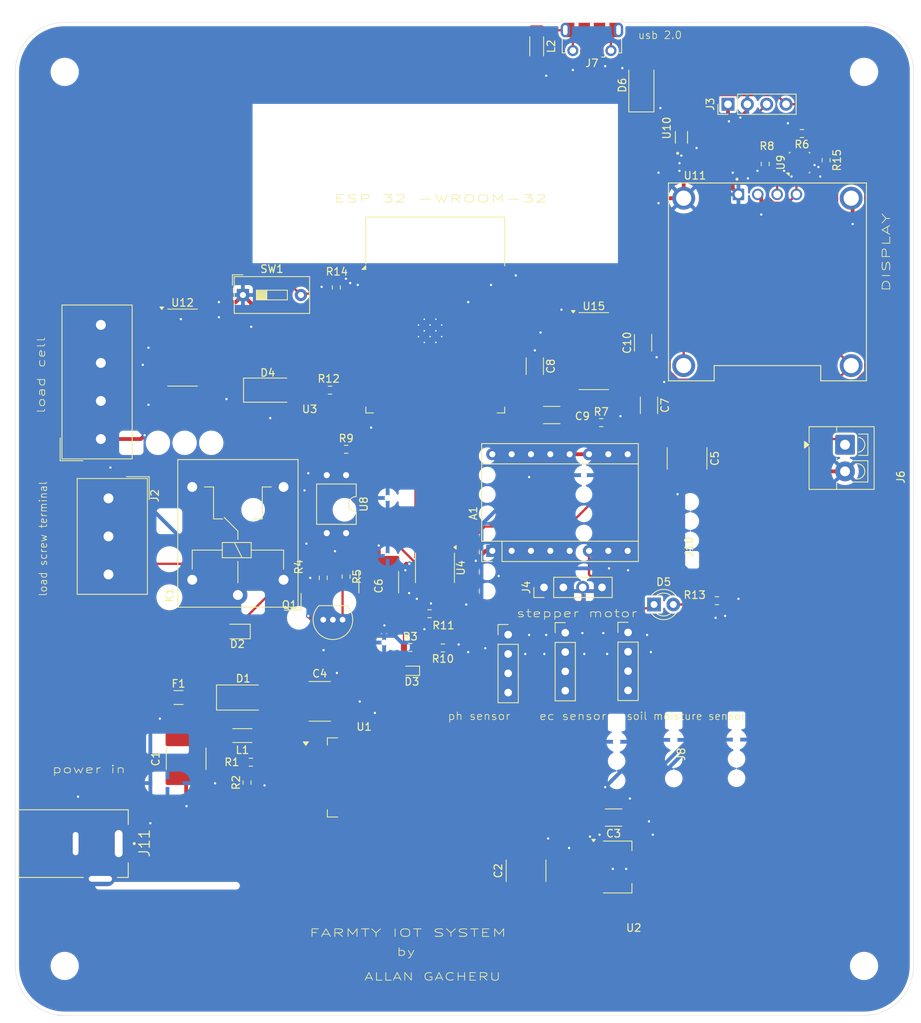
<source format=kicad_pcb>
(kicad_pcb (version 20240108) (generator "pcbnew") (generator_version "8.0")
  (layers (0 "F.Cu" signal) (31 "B.Cu" power) (34 "B.Paste" user) (35 "F.Paste" user) (36 "B.SilkS" user "B.Silkscreen") (37 "F.SilkS" user "F.Silkscreen") (38 "B.Mask" user) (39 "F.Mask" user) (44 "Edge.Cuts" user))
  (net 0 "")
  (net 1 "Net-(A1-~{FLT})")
  (net 2 "/Stepper Motor Control/B+")
  (net 3 "GND")
  (net 4 "/Stepper Motor Control/A+")
  (net 5 "+3V3")
  (net 6 "/MICROCONTROLLER &  COMMUNICATION/IO19")
  (net 7 "/Stepper Motor Control/A-")
  (net 8 "Net-(A1-~{EN})")
  (net 9 "/Stepper Motor Control/B-")
  (net 10 "/Stepper Motor Control/VN")
  (net 11 "/MICROCONTROLLER &  COMMUNICATION/IO18")
  (net 12 "5V")
  (net 13 "Net-(D1-K)")
  (net 14 "/POWER SUPPLY/+12Vin")
  (net 15 "Net-(D2-A)")
  (net 16 "Net-(D2-K)")
  (net 17 "/RS485 Sensors/RS485 B")
  (net 18 "/RS485 Sensors/RS485 A")
  (net 19 "Net-(D4-A)")
  (net 20 "Net-(D5-A)")
  (net 21 "+12V")
  (net 22 "Net-(J2-Pin_2)")
  (net 23 "Net-(J2-Pin_1)")
  (net 24 "/I2C sensor/IO22 ")
  (net 25 "/I2C sensor/IO21")
  (net 26 "Net-(J5-Pin_4)")
  (net 27 "Net-(J5-Pin_3)")
  (net 28 "Net-(J2-Pin_3)")
  (net 29 "Net-(Q1-B)")
  (net 30 "Net-(R5-Pad1)")
  (net 31 "/MICROCONTROLLER &  COMMUNICATION/IO13")
  (net 32 "Net-(R9-Pad2)")
  (net 33 "/MICROCONTROLLER &  COMMUNICATION/IO16 ")
  (net 34 "/MICROCONTROLLER &  COMMUNICATION/IO17")
  (net 35 "/MICROCONTROLLER &  COMMUNICATION/IO4")
  (net 36 "/LOAD CELL/IO33")
  (net 37 "/LOAD CELL/IO25")
  (net 38 "Net-(U2-VI)")
  (net 39 "Net-(U1-OUT)")
  (net 40 "Net-(U1-FB)")
  (net 41 "Net-(U3-IO14)")
  (net 42 "Net-(U15-~{DTR})")
  (net 43 "Net-(U9-SDO)")
  (net 48 "/MICROCONTROLLER &  COMMUNICATION/EN")
  (net 49 "Net-(U15-V3)")
  (net 54 "Net-(U15-~{RTS})")
  (net 74 "+5V")
  (net 75 "+3.3V")
  (net 79 "/MICROCONTROLLER &  COMMUNICATION/BOOT ")
  (net 80 "Net-(U15-VCC)")
  (net 81 "VBUS")
  (net 82 "Net-(J7-Shield)")
  (net 84 "/MICROCONTROLLER &  COMMUNICATION/TXD")
  (net 85 "/MICROCONTROLLER &  COMMUNICATION/RXD")
  (net 94 "Net-(J7-D+)")
  (net 95 "Net-(J7-D-)")
  (footprint "Resistor_SMD:R_0603_1608Metric" (layer "F.Cu") (at 93.96 111.5 90)
    (property "Reference" "R4")
    (property "Value" "10K")
  )
  (footprint "TerminalBlock_Altech:Altech_AK100_1x04_P5.00mm" (layer "F.Cu") (at 64.75 93.25 90)
    (property "Reference" "J5" (hide yes))
    (property "Value" "GENERIC LOAD CELL HOLDER" (hide yes))
  )
  (footprint "Connector_PinHeader_2.54mm:PinHeader_1x04_P2.54mm_Vertical" (layer "F.Cu") (at 118.25 118.96)
    (property "Reference" "J8")
    (property "Value" "Conn_01x04_Pin" (hide yes))
  )
  (footprint "Resistor_SMD:R_0603_1608Metric" (layer "F.Cu") (at 152.015 57.1 90)
    (property "Reference" "R8")
    (property "Value" "4.7K R")
  )
  (footprint "OLED_SSD1306:MODULE_DM-OLED096-636" (layer "F.Cu") (at 152.31 72.6)
    (property "Reference" "U11")
    (property "Value" "DM-OLED096-636")
  )
  (footprint "BH175library:XDCR_BH1750FVI-TR" (layer "F.Cu") (at 141.015 53.6 90)
    (property "Reference" "U10")
    (property "Value" "BH1750FVI-TR")
  )
  (footprint "Resistor_SMD:R_0603_1608Metric" (layer "F.Cu") (at 156.84 53.1 180)
    (property "Reference" "R6")
    (property "Value" "4.7K R")
  )
  (footprint "RF_Module:ESP32-WROOM-32" (layer "F.Cu") (at 108.675 79.94)
    (property "Reference" "U3")
    (property "Value" "ESP32-WROOM-32")
  )
  (footprint "Resistor_SMD:R_0603_1608Metric" (layer "F.Cu") (at 105.39 120.64)
    (property "Reference" "R3")
    (property "Value" "120R")
  )
  (footprint "Package_TO_SOT_THT:TO-92_Inline" (layer "F.Cu") (at 96.5 117 180)
    (property "Reference" "Q1")
    (property "Value" "Q_NPN_BCE")
  )
  (footprint "LED_SMD:LED_2010_5025Metric" (layer "F.Cu") (at 86.675 86.825)
    (property "Reference" "D4")
    (property "Value" "LED")
  )
  (footprint "Capacitor_SMD:C_2220_5750Metric" (layer "F.Cu") (at 141.75 95.8 -90)
    (property "Reference" "C5")
    (property "Value" "100uF, 35V")
  )
  (footprint "EJ508B:MPD_EJ508B" (layer "F.Cu") (at 64.6825 146.4225 -90)
    (property "Reference" "J11")
    (property "Value" "EJ508B")
  )
  (footprint "Connector_PinHeader_2.54mm:PinHeader_1x04_P2.54mm_Vertical" (layer "F.Cu") (at 122.96 112.75 90)
    (property "Reference" "J4")
    (property "Value" "GENERIC STEPPER MOTOR  CONNECTOR" (hide yes))
  )
  (footprint "Package_TO_SOT_SMD:TO-263-5_TabPin3" (layer "F.Cu") (at 99.325 137.725)
    (property "Reference" "U1")
    (property "Value" "LM2596S-5")
  )
  (footprint "Resistor_SMD:R_0603_1608Metric" (layer "F.Cu") (at 130.475 91.1)
    (property "Reference" "R7")
    (property "Value" "10K")
  )
  (footprint "Resistor_SMD:R_0603_1608Metric" (layer "F.Cu") (at 145.675 114.5 180)
    (property "Reference" "R13")
    (property "Value" "2K" (hide yes))
  )
  (footprint "Package_SO:SOP-16_3.9x9.9mm_P1.27mm" (layer "F.Cu") (at 75.475 81.235)
    (property "Reference" "U12")
    (property "Value" "HX711")
  )
  (footprint "MountingHole:MountingHole_3.2mm_M3" (layer "F.Cu") (at 165 45)
    (property "Reference" "H2" (hide yes))
    (property "Value" "MountingHole")
  )
  (footprint "Package_TO_SOT_SMD:SOT-223-3_TabPin2" (layer "F.Cu") (at 132.6 149.5)
    (property "Reference" "U2")
    (property "Value" "AMS1117-3.3")
  )
  (footprint "Resistor_SMD:R_0603_1608Metric" (layer "F.Cu") (at 95.675 73.325 -90)
    (property "Reference" "R14")
    (property "Value" "10K")
  )
  (footprint "Connector_PinHeader_2.54mm:PinHeader_1x04_P2.54mm_Vertical" (layer "F.Cu") (at 125.75 118.71)
    (property "Reference" "J9" (hide yes))
    (property "Value" "Conn_01x04_Pin" (hide yes))
  )
  (footprint "MountingHole:MountingHole_3.2mm_M3" (layer "F.Cu") (at 165 162.5)
    (property "Reference" "H4" (hide yes))
    (property "Value" "MountingHole")
  )
  (footprint "Capacitor_SMD:C_2220_5750Metric" (layer "F.Cu") (at 120.6 150 90)
    (property "Reference" "C2")
    (property "Value" "220uF, 10V")
  )
  (footprint "Module:Pololu_Breakout-16_15.2x20.3mm" (layer "F.Cu") (at 116.17 107.95 90)
    (property "Reference" "A1")
    (property "Value" "Pololu_Breakout_DRV8825")
  )
  (footprint "Resistor_SMD:R_0603_1608Metric" (layer "F.Cu") (at 94.85 86.825 180)
    (property "Reference" "R12")
    (property "Value" "330")
  )
  (footprint "Resistor_SMD:R_0603_1608Metric" (layer "F.Cu") (at 84.45 135.725 180)
    (property "Reference" "R1")
    (property "Value" "3.3k")
  )
  (footprint "LED_THT:LED_D3.0mm" (layer "F.Cu") (at 137.405 115)
    (property "Reference" "D5")
    (property "Value" "LED")
  )
  (footprint "Package_LGA:Bosch_LGA-8_2.5x2.5mm_P0.65mm_ClockwisePinNumbering" (layer "F.Cu") (at 156.525 56.925 90)
    (property "Reference" "U9")
    (property "Value" "BME280")
  )
  (footprint "TerminalBlock_4Ucon:TerminalBlock_4Ucon_1x02_P3.50mm_Vertical" (layer "F.Cu") (at 162.5 94 -90)
    (property "Reference" "J6")
    (property "Value" "~")
  )
  (footprint "Connector_PinHeader_2.54mm:PinHeader_1x04_P2.54mm_Vertical" (layer "F.Cu") (at 147.13 49.25 90)
    (property "Reference" "J3")
    (property "Value" "Conn_01x04_Pin")
  )
  (footprint "Capacitor_SMD:C_1808_4520Metric" (layer "F.Cu") (at 121.75 83.675 -90)
    (property "Reference" "C8")
    (property "Value" "0.1uF")
  )
  (footprint "Resistor_SMD:R_0603_1608Metric" (layer "F.Cu") (at 83.95 138.4 90)
    (property "Reference" "R2")
    (property "Value" "1k")
  )
  (footprint "Resistor_SMD:R_0603_1608Metric" (layer "F.Cu") (at 160.015 56.6 -90)
    (property "Reference" "R15")
    (property "Value" "10K")
  )
  (footprint "Button_Switch_THT:SW_DIP_SPSTx01_Slide_9.78x4.72mm_W7.62mm_P2.54mm" (layer "F.Cu") (at 83.4075 74.325)
    (property "Reference" "SW1")
    (property "Value" "RESET BUTTON")
  )
  (footprint "Resistor_SMD:R_0603_1608Metric" (layer "F.Cu") (at 109.675 120.71 180)
    (property "Reference" "R10")
    (property "Value" "1OK")
  )
  (footprint "Inductor_SMD:L_1806_4516Metric" (layer "F.Cu") (at 122 41.6375 -90)
    (property "Reference" "L2")
    (property "Value" "L_Ferrite")
  )
  (footprint "TerminalBlock_Altech:Altech_AK100_1x03_P5.00mm" (layer "F.Cu") (at 65.75 101.05 -90)
    (property "Reference" "J2")
    (property "Value" "Load Screw_Terminal connector" (hide yes))
  )
  (footprint "Package_SO:SOIC-8_3.9x4.9mm_P1.27mm" (layer "F.Cu") (at 108.635 110.185 -90)
    (property "Reference" "U4")
    (property "Value" "MAX485E")
  )
  (footprint "Relay_THT:Relay_SPDT_Hongfa_JQC-3FF_0XX-1Z" (layer "F.Cu") (at 76.75 111.75 90)
    (property "Reference" "K1")
    (property "Value" "Relay_SPDT")
  )
  (footprint "Capacitor_SMD:C_2220_5750Metric" (layer "F.Cu") (at 75.95 135.275 -90)
    (property "Reference" "C1")
    (property "Value" "1000uF, 16V")
  )
  (footprint "Capacitor_SMD:C_1808_4520Metric" (layer "F.Cu") (at 132.1 143 180)
    (property "Reference" "C3")
    (property "Value" "100uF, 6.3V")
  )
  (footprint "Capacitor_SMD:C_1808_4520Metric" (layer "F.Cu") (at 135.975 80.6 90)
    (property "Reference" "C10")
    (property "Value" "0.1uF")
  )
  (footprint "Package_SO:SOIC-16_3.9x9.9mm_P1.27mm" (layer "F.Cu") (at 129.5 81.695)
    (property "Reference" "U15")
    (property "Value" "CH340C")
  )
  (footprint "Capacitor_SMD:C_2220_5750Metric" (layer "F.Cu") (at 93.5 127.725)
    (property "Reference" "C4")
    (property "Value" "220uF, 25V")
  )
  (footprint "Resistor_SMD:R_0603_1608Metric" (layer "F.Cu") (at 96.96 111.325 -90)
    (property "Reference" "R5")
    (property "Value" "470 R")
  )
  (footprint "Fuse:Fuse_1206_3216Metric" (layer "F.Cu") (at 74.95 127.225)
    (property "Reference" "F1")
    (property "Value" "2.5A")
  )
  (footprint "Capacitor_SMD:C_2220_5750Metric" (layer "F.Cu") (at 101.25 112.06 -90)
    (property "Reference" "C6")
    (property "Value" "100uF")
  )
  (footprint "Connector_PinHeader_2.54mm:PinHeader_1x04_P2.54mm_Vertical" (layer "F.Cu") (at 134 118.67)
    (property "Reference" "J10")
    (property "Value" "Conn_01x04_Pin" (hide yes))
  )
  (footprint "Resistor_SMD:R_0603_1608Metric" (layer "F.Cu") (at 96.975 94.6)
    (property "Reference" "R9")
    (property "Value" "300R")
  )
  (footprint "MountingHole:MountingHole_3.2mm_M3" (layer "F.Cu") (at 60 45)
    (property "Reference" "H1" (hide yes))
    (property "Value" "MountingHole")
  )
  (footprint "Capacitor_SMD:C_1808_4520Metric" (layer "F.Cu") (at 136.75 88.825 -90)
    (property "Reference" "C7")
    (property "Value" "0.1uF")
  )
  (footprint "Diode_SMD:D_SMA" (layer "F.Cu") (at 83.45 127.225)
    (property "Reference" "D1")
    (property "Value" "SS34")
  )
  (footprint "Diode_SMD:Nexperia_DSN1608-2_1.6x0.8mm" (layer "F.Cu") (at 105.6 123.71 180)
    (property "Reference" "D3")
    (property "Value" "PTVS5V0Z1USK")
  )
  (footprint "Diode_SMD:D_SMA" (layer "F.Cu") (at 135.75 46.75 90)
    (property "Reference" "D6")
    (property "Value" "SS34")
  )
  (footprint "Connector_USB:USB_Micro-B_Molex-105017-0001" (layer "F.Cu") (at 129.25 40.7375 180)
    (property "Reference" "J7")
    (property "Value" "USB_B_Micro")
  )
  (footprint "Resistor_SMD:R_0603_1608Metric" (layer "F.Cu") (at 107.925 116.21)
    (property "Reference" "R11")
    (property "Value" "1OK")
  )
  (footprint "Inductor_SMD:L_1806_4516Metric" (layer "F.Cu") (at 83.3375 132.225 180)
    (property "Reference" "L1")
    (property "Value" "33uH, 3A")
  )
  (footprint "Diode_SMD:D_0805_2012Metric" (layer "F.Cu") (at 82.6875 118.55 180)
    (property "Reference" "D2")
    (property "Value" "D")
  )
  (footprint "Package_DIP:DIP-4_W7.62mm" (layer "F.Cu") (at 96.96 98 -90)
    (property "Reference" "U8")
    (property "Value" "PC817")
  )
  (footprint "MountingHole:MountingHole_3.2mm_M3" (layer "F.Cu") (at 60 162.5)
    (property "Reference" "H3" (hide yes))
    (property "Value" "MountingHole")
  )
  (footprint "Capacitor_SMD:C_1808_4520Metric" (layer "F.Cu") (at 123.975 90.1 180)
    (property "Reference" "C9")
    (property "Value" "0.1uF")
  )
  (gr_arc (start 165 38.480798) (mid 169.429469 40.216717) (end 171.5 44.5) (stroke (width 0.05)) (layer "Edge.Cuts"))
  (gr_line (start 53.5 45) (end 53.5 162.5) (stroke (width 0.05)) (layer "Edge.Cuts"))
  (gr_arc (start 171.5 162.5) (mid 169.596194 167.096194) (end 165 169) (stroke (width 0.05)) (layer "Edge.Cuts"))
  (gr_line (start 60 38.5) (end 165 38.5) (stroke (width 0.05)) (layer "Edge.Cuts"))
  (gr_arc (start 53.5 45) (mid 55.403806 40.403806) (end 60 38.5) (stroke (width 0.05)) (layer "Edge.Cuts"))
  (gr_line (start 165 169) (end 59 169) (stroke (width 0.05)) (layer "Edge.Cuts"))
  (gr_arc (start 60 169) (mid 55.403806 167.096194) (end 53.5 162.5) (stroke (width 0.05)) (layer "Edge.Cuts"))
  (gr_line (start 171.5 44.5) (end 171.5 162.5) (stroke (width 0.05)) (layer "Edge.Cuts"))
  (gr_text "ESP 32 -WROOM-32" (at 95.25 62.25 0) (layer "F.SilkS") (effects (font (size 1 1.75) (thickness 0.1)) (justify left bottom)))
  (gr_text "FARMTY IOT SYSTEM " (at 92 158.75 0) (layer "F.SilkS") (effects (font (size 1 1.75) (thickness 0.1)) (justify left bottom)))
  (gr_text "by " (at 103.5 161.25 0) (layer "F.SilkS") (effects (font (size 1 1.5) (thickness 0.1)) (justify left bottom)))
  (gr_text "ec sensor" (at 122.25 130.25 0) (layer "F.SilkS") (effects (font (size 1 1.2) (thickness 0.1)) (justify left bottom)))
  (gr_text "usb 2.0" (at 135.25 40.75 0) (layer "F.SilkS") (effects (font (size 1 1) (thickness 0.1)) (justify left bottom)))
  (gr_text "power in" (at 58.25 137.25 0) (layer "F.SilkS") (effects (font (size 1 1.5) (thickness 0.1)) (justify left bottom)))
  (gr_text "stepper motor" (at 119.25 116.75 0) (layer "F.SilkS") (effects (font (size 1 1.5) (thickness 0.1)) (justify left bottom)))
  (gr_text "load screw terminal" (at 57.75 114 90) (layer "F.SilkS") (effects (font (size 1 1) (thickness 0.1)) (justify left bottom)))
  (gr_text "soil moisture sensor " (at 133.75 130.25 0) (layer "F.SilkS") (effects (font (size 1 1) (thickness 0.1)) (justify left bottom)))
  (gr_text "DISPLAY" (at 168.5 74 90) (layer "F.SilkS") (effects (font (size 1 1.75) (thickness 0.1)) (justify left bottom)))
  (gr_text "ALLAN GACHERU\n" (at 99.25 164.5 0) (layer "F.SilkS") (effects (font (size 1 1.5) (thickness 0.1)) (justify left bottom)))
  (gr_text "load cell" (at 57.5 90 90) (layer "F.SilkS") (effects (font (size 1 1.5) (thickness 0.1)) (justify left bottom)))
  (gr_text "ph sensor" (at 110.25 130.25 0) (layer "F.SilkS") (effects (font (size 1 1.1) (thickness 0.1)) (justify left bottom)))
  (segment (start 121.292894 115.5) (end 136.905 115.5) (width 0.3) (layer "F.Cu") (net 1))
  (segment (start 118.71 107.95) (end 118.71 112.917106) (width 0.3) (layer "F.Cu") (net 1))
  (segment (start 136.905 115.5) (end 137.405 115) (width 0.3) (layer "F.Cu") (net 1))
  (segment (start 118.71 112.917106) (end 121.292894 115.5) (width 0.3) (layer "F.Cu") (net 1))
  (segment (start 128.04 114.46) (end 128.04 112.75) (width 0.3) (layer "F.Cu") (net 2))
  (segment (start 121.25 107.95) (end 120 109.2) (width 0.3) (layer "F.Cu") (net 2))
  (segment (start 121.5 115) (end 127.5 115) (width 0.3) (layer "F.Cu") (net 2))
  (segment (start 127.5 115) (end 128.04 114.46) (width 0.3) (layer "F.Cu") (net 2))
  (segment (start 120 109.2) (end 120 113.5) (width 0.3) (layer "F.Cu") (net 2))
  (segment (start 120 113.5) (end 121.5 115) (width 0.3) (layer "F.Cu") (net 2))
  (segment (start 141.75 99.25) (end 140.5 100.5) (width 0.5) (layer "F.Cu") (net 3))
  (segment (start 159.25 58.19) (end 160.015 57.425) (width 0.5) (layer "F.Cu") (net 3))
  (segment (start 109.52 77.505) (end 110.745 77.505) (width 0.5) (layer "F.Cu") (net 3))
  (segment (start 101.25 109.51) (end 103.76 109.51) (width 0.5) (layer "F.Cu") (net 3))
  (segment (start 96.05 127.725) (end 98.725 127.725) (width 0.5) (layer "F.Cu") (net 3))
  (segment (start 154.6 57.9) (end 154.5 58) (width 0.5) (layer "F.Cu") (net 3))
  (segment (start 106.5 75.25) (end 106.5 77.475) (width 0.5) (layer "F.Cu") (net 3))
  (segment (start 140.75 57) (end 140.75 58) (width 0.3) (layer "F.Cu") (net 3))
  (segment (start 103 87) (end 106.47 83.53) (width 0.5) (layer "F.Cu") (net 3))
  (segment (start 91.75 107) (end 95.5 107) (width 0.5) (layer "F.Cu") (net 3))
  (segment (start 149.75 59) (end 148.5 59) (width 0.5) (layer "F.Cu") (net 3))
  (segment (start 64.75 88.25) (end 70.5 88.25) (width 0.5) (layer "F.Cu") (net 3))
  (segment (start 108.110441 114.860441) (end 108.110441 115.199559) (width 0.5) (layer "F.Cu") (net 3))
  (segment (start 93.125 98.375) (end 92.625 98.375) (width 0.5) (layer "F.Cu") (net 3))
  (segment (start 83.95 137.575) (end 85 137.575) (width 0.5) (layer "F.Cu") (net 3))
  (segment (start 121.8 147.45) (end 123.5 145.75) (width 0.5) (layer "F.Cu") (net 3))
  (segment (start 155.5 58.72) (end 155.47 58.75) (width 0.5) (layer "F.Cu") (net 3))
  (segment (start 122.5 80.85) (end 121.75 81.6) (width 0.5) (layer "F.Cu") (net 3))
  (segment (start 131.41 107.95) (end 131.41 110.16) (width 0.5) (layer "F.Cu") (net 3))
  (segment (start 101.25 109.51) (end 101.25 107.25) (width 0.5) (layer "F.Cu") (net 3))
  (segment (start 93.125 98.375) (end 91.5 100) (width 0.5) (layer "F.Cu") (net 3))
  (segment (start 125.5 121.5) (end 125.75 121.25) (width 0.5) (layer "F.Cu") (net 3))
  (segment (start 133 90.25) (end 132.15 90.25) (width 0.5) (layer "F.Cu") (net 3))
  (segment (start 158.25 97.5) (end 162.5 97.5) (width 0.5) (layer "F.Cu") (net 3))
  (segment (start 131.25 121.5) (end 133.71 121.5) (width 0.5) (layer "F.Cu") (net 3))
  (segment (start 94 121) (end 94 117.04) (width 0.5) (layer "F.Cu") (net 3))
  (segment (start 98.725 127.725) (end 98.75 127.75) (width 0.5) (layer "F.Cu") (net 3))
  (segment (start 71.62 81.87) (end 71 81.25) (width 0.5) (layer "F.Cu") (net 3))
  (segment (start 85 137.575) (end 85.425 137.575) (width 0.5) (layer "F.Cu") (net 3))
  (segment (start 141.31 61.6) (end 138.65 61.6) (width 0.5) (layer "F.Cu") (net 3))
  (segment (start 115.3 107.95) (end 114 109.25) (width 0.5) (layer "F.Cu") (net 3))
  (segment (start 130.25 145.25) (end 130.25 143.225) (width 0.5) (layer "F.Cu") (net 3))
  (segment (start 95.5 106.7) (end 94.42 105.62) (width 0.5) (layer "F.Cu") (net 3))
  (segment (start 155.5 57.9) (end 155.5 58.72) (width 0.5) (layer "F.Cu") (net 3))
  (segment (start 120.6 147.45) (end 110.2 147.45) (width 0.5) (layer "F.Cu") (net 3))
  (segment (start 107.25 118.25) (end 106.815 117.815) (width 0.5) (layer "F.Cu") (net 3))
  (segment (start 131 139) (end 130 140) (width 0.5) (layer "F.Cu") (net 3))
  (segment (start 149.67 50.08) (end 148.75 51) (width 0.5) (layer "F.Cu") (net 3))
  (segment (start 160.015 57.425) (end 159.075 57.425) (width 0.5) (layer "F.Cu") (net 3))
  (segment (start 158.5 57.25) (end 157.55 57.25) (width 0.5) (layer "F.Cu") (net 3))
  (segment (start 117 108.78) (end 116.17 107.95) (width 0.5) (layer "F.Cu") (net 3))
  (segment (start 122 44.25) (end 123.25 45.5) (width 0.5) (layer "F.Cu") (net 3))
  (segment (start 95.5 108) (end 95.5 107) (width 0.5) (layer "F.Cu") (net 3))
  (segment (start 93.96 109.54) (end 95.5 108) (width 0.5) (layer "F.Cu") (net 3))
  (segment (start 149.67 49.25) (end 149.67 50.08) (width 0.5) (layer "F.Cu") (net 3))
  (segment (start 141.75 98.35) (end 141.75 99.25) (width 0.5) (layer "F.Cu") (net 3))
  (segment (start 87 90.5) (end 87 89.4) (width 0.5) (layer "F.Cu") (net 3))
  (segment (start 93.96 110.675) (end 93.96 109.54) (width 0.5) (layer "F.Cu") (net 3))
  (segment (start 138 58.29) (end 141.31 61.6) (width 0.5) (layer "F.Cu") (net 3))
  (segment (start 91.675 137.725) (end 95.625 137.725) (width 0.5) (layer "F.Cu") (net 3))
  (segment (start 86.2 138.775) (end 85 137.575) (width 0.5) (layer "F.Cu") (net 3))
  (segment (start 122 43.75) (end 122 44.25) (width 0.5) (layer "F.Cu") (net 3))
  (segment (start 134 110.5) (end 133.96 110.5) (width 0.5) (layer "F.Cu") (net 3))
  (segment (start 105.274221 109.650567) (end 104.849433 109.650567) (width 0.5) (layer "F.Cu") (net 3))
  (segment (start 120.6 147.45) (end 121.8 147.45) (width 0.5) (layer "F.Cu") (net 3))
  (segment (start 84.5 78.5) (end 84.5 75.4175) (width 0.5) (layer "F.Cu") (net 3))
  (segment (start 99.925 71.69) (end 102.94 71.69) (width 0.5) (layer "F.Cu") (net 3))
  (segment (start 146.25 98.75) (end 157 98.75) (width 0.5) (layer "F.Cu") (net 3))
  (segment (start 128 121.25) (end 128.25 121.5) (width 0.5) (layer "F.Cu") (net 3))
  (segment (start 82.4825 75.25) (end 83.4075 74.325) (width 0.5) (layer "F.Cu") (net 3))
  (segment (start 75.95 137.825) (end 75.95 141.45) (width 0.5) (layer "F.Cu") (net 3))
  (segment (start 159.25 58.75) (end 159.25 58.19) (width 0.5) (layer "F.Cu") (net 3))
  (segment (start 104.849433 109.650567) (end 104.375 110.125) (width 0.5) (layer "F.Cu") (net 3))
  (segment (start 92.625 98.375) (end 92 97.75) (width 0.5) (layer "F.Cu") (net 3))
  (segment (start 96.05 124.3) (end 95.75 124) (width 0.5) (layer "F.Cu") (net 3))
  (segment (start 106.815 117.815) (end 106.815 116.495) (width 0.5) (layer "F.Cu") (net 3))
  (segment (start 119.19 71.69) (end 119.25 71.75) (width 0.5) (layer "F.Cu") (net 3))
  (segment (start 72.975 81.87) (end 71.62 81.87) (width 0.5) (layer "F.Cu") (net 3))
  (segment (start 93.96 117) (end 92.5 117) (width 0.5) (layer "F.Cu") (net 3))
  (segment (start 93.135 111.5) (end 93.96 110.675) (width 0.5) (layer "F.Cu") (net 3))
  (segment (start 75.95 137.825) (end 79.075 137.825) (width 0.5) (layer "F.Cu") (net 3))
  (segment (start 116.595 71.69) (end 117.425 71.69) (width 0.5) (layer "F.Cu") (net 3))
  (segment (start 132.15 90.25) (end 131.3 91.1) (width 0.5) (layer "F.Cu") (net 3))
  (segment (start 157 98.75) (end 158.25 97.5) (width 0.5) (layer "F.Cu") (net 3))
  (segment (start 70.5 88.25) (end 71 88.75) (width 0.5) (layer "F.Cu") (net 3))
  (segment (start 116 72.285) (end 116.595 71.69) (width 0.5) (layer "F.Cu") (net 3))
  (segment (start 117 111.25) (end 117 108.78) (width 0.5) (layer "F.Cu") (net 3))
  (segment (start 126.75 44.75) (end 127.95 43.55) (width 0.5) (layer "F.Cu") (net 3))
  (segment (start 110.2 147.45) (end 103.25 140.5) (width 0.5) (layer "F.Cu") (net 3))
  (segment (start 133.71 121.5) (end 134 121.21) (width 0.5) (layer "F.Cu") (net 3))
  (segment (start 106.815 116.495) (end 107.1 116.21) (width 0.5) (layer "F.Cu") (net 3))
  (segment (start 141.015 54.975) (end 141.015 55.985) (width 0.3) (layer "F.Cu") (net 3))
  (segment (start 70.25 83.5) (end 71.88 81.87) (width 0.5) (layer "F.Cu") (net 3))
  (segment (start 96.05 127.725) (end 96.05 124.3) (width 0.5) (layer "F.Cu") (net 3))
  (segment (start 138 58.25) (end 138 58.29) (width 0.5) (layer "F.Cu") (net 3))
  (segment (start 126.25 147) (end 129.25 147) (width 0.5) (layer "F.Cu") (net 3))
  (segment (start 93.5 98) (end 93.125 98.375) (width 0.5) (layer "F.Cu") (net 3))
  (segment (start 130 142.975) (end 130.025 143) (width 0.5) (layer "F.Cu") (net 3))
  (segment (start 130.25 143.225) (end 130.025 143) (width 0.5) (layer "F.Cu") (net 3))
  (segment (start 147.75 58.25) (end 147.75 60.35) (width 0.5) (layer "F.Cu") (net 3))
  (segment (start 118.25 121.5) (end 120.5 121.5) (width 0.5) (layer "F.Cu") (net 3))
  (segment (start 122.5 79.25) (end 122.5 80.85) (width 0.5) (layer "F.Cu") (net 3))
  (segment (start 141.015 55.985) (end 141 56) (width 0.3) (layer "F.Cu") (net 3))
  (segment (start 133.96 110.5) (end 131.41 107.95) (width 0.5) (layer "F.Cu") (net 3))
  (segment (start 126.25 77.25) (end 125.25 76.25) (width 0.5) (layer "F.Cu") (net 3))
  (segment (start 141.31 58.56) (end 140.75 58) (width 0.5) (layer "F.Cu") (net 3))
  (segment (start 85.5 137.5) (end 85.75 137.75) (width 0.5) (layer "F.Cu") (net 3))
  (segment (start 103.76 109.51) (end 104.375 110.125) (width 0.5) (layer "F.Cu") (net 3))
  (segment (start 127.95 43.55) (end 127.95 42.2) (width 0.5) (layer "F.Cu") (net 3))
  (segment (start 98.56 71.69) (end 97.5 72.75) (width 0.5) (layer "F.Cu") (net 3))
  (segment (start 134 121.21) (end 136.96 121.21) (width 0.5) (layer "F.Cu") (net 3))
  (segment (start 80.25 75.25) (end 82.4825 75.25) (width 0.5) (layer "F.Cu") (net 3))
  (segment (start 116 73) (end 116 72.285) (width 0.5) (layer "F.Cu") (net 3))
  (segment (start 102.965 89.45) (end 103 89.415) (width 0.5) (layer "F.Cu") (net 3))
  (segment (start 130 140) (end 130 142.975) (width 0.5) (layer "F.Cu") (net 3))
  (segment (start 138.65 61.6) (end 138 62.25) (width 0.5) (layer "F.Cu") (net 3))
  (segment (start 148.5 59) (end 147.75 58.25) (width 0.5) (layer "F.Cu") (net 3))
  (segment (start 118.25 121.5) (end 116 121.5) (width 0.5) (layer "F.Cu") (net 3))
  (segment (start 85.75 137.75) (end 91.65 137.75) (width 0.5) (layer "F.Cu") (net 3))
  (segment (start 99.925 71.69) (end 98.56 71.69) (width 0.5) (layer "F.Cu") (net 3))
  (segment (start 123 121.5) (end 125.5 121.5) (width 0.5) (layer "F.Cu") (net 3))
  (segment (start 110.745 77.505) (end 113 75.25) (width 0.5) (layer "F.Cu") (net 3))
  (segment (start 79.075 137.825) (end 79.75 138.5) (width 0.5) (layer "F.Cu") (net 3))
  (segment (start 100.75 129.25) (end 103.25 131.75) (width 0.5) (layer "F.Cu") (net 3))
  (segment (start 103 89.415) (end 103 87) (width 0.5) (layer "F.Cu") (net 3))
  (segment (start 143 55) (end 141.54 55) (width 0.5) (layer "F.Cu") (net 3))
  (segment (start 106.5 77.475) (end 106.47 77.505) (width 0.5) (layer "F.Cu") (net 3))
  (segment (start 127.025 77.25) (end 126.25 77.25) (width 0.5) (layer "F.Cu") (net 3))
  (segment (start 147.75 60.35) (end 148.5 61.1) (width 0.5) (layer "F.Cu") (net 3))
  (segment (start 95.625 137.725) (end 98.4 140.5) (width 0.5) (layer "F.Cu") (net 3))
  (segment (start 106.73 113.77) (end 106.25 114.25) (width 0.5) (layer "F.Cu") (net 3))
  (segment (start 102.94 71.69) (end 106.5 75.25) (width 0.5) (layer "F.Cu") (net 3))
  (segment (start 159.075 57.425) (end 159 57.5) (width 0.5) (layer "F.Cu") (net 3))
  (segment (start 141.54 55) (end 141.515 54.975) (width 0.5) (layer "F.Cu") (net 3))
  (segment (start 84.5 75.4175) (end 83.4075 74.325) (width 0.5) (layer "F.Cu") (net 3))
  (segment (start 105.89 113.5) (end 106.73 112.66) (width 0.5) (layer "F.Cu") (net 3))
  (segment (start 116 121.5) (end 115.25 120.75) (width 0.5) (layer "F.Cu") (net 3))
  (segment (start 129.45 147.2) (end 129.45 145.95) (width 0.5) (layer "F.Cu") (net 3))
  (segment (start 141.015 54.975) (end 141.49 54.975) (width 0.3) (layer "F.Cu") (net 3))
  (segment (start 94 117.04) (end 93.96 117) (width 0.5) (layer "F.Cu") (net 3))
  (segment (start 145.85 98.35) (end 146.25 98.75) (width 0.5) (layer "F.Cu") (net 3))
  (segment (start 94.42 98) (end 93.5 98) (width 0.5) (layer "F.Cu") (net 3))
  (segment (start 104.375 110.125) (end 104.75 110.5) (width 0.5) (layer "F.Cu") (net 3))
  (segment (start 75.95 141.45) (end 76 141.5) (width 0.5) (layer "F.Cu") (net 3))
  (segment (start 155.5 57.9) (end 154.6 57.9) (width 0.5) (layer "F.Cu") (net 3))
  (segment (start 61.4325 146.4225) (end 61.4325 140.5675) (width 0.5) (layer "F.Cu") (net 3))
  (segment (start 85.425 137.575) (end 85.5 137.5) (width 0.5) (layer "F.Cu") (net 3))
  (segment (start 95.5 107) (end 95.5 106.7) (width 0.5) (layer "F.Cu") (net 3))
  (segment (start 92.25 111.5) (end 93.135 111.5) (width 0.5) (layer "F.Cu") (net 3))
  (segment (start 106.73 112.66) (end 106.73 113.77) (width 0.5) (layer "F.Cu") (net 3))
  (segment (start 125.75 121.25) (end 128 121.25) (width 0.5) (layer "F.Cu") (net 3))
  (segment (start 103.25 131.75) (end 103.25 134.95) (width 0.5) (layer "F.Cu") (net 3))
  (segment (start 105.25 113.5) (end 105.89 113.5) (width 0.5) (layer "F.Cu") (net 3))
  (segment (start 86.25 138.775) (end 86.2 138.775) (width 0.5) (layer "F.Cu") (net 3))
  (segment (start 92.5 117) (end 92 116.5) (width 0.5) (layer "F.Cu") (net 3))
  (segment (start 61.4325 140.5675) (end 61.75 140.25) (width 0.5) (layer "F.Cu") (net 3))
  (segment (start 102.965 89.45) (end 102.55 89.45) (width 0.5) (layer "F.Cu") (net 3))
  (segment (start 108.110441 115.199559) (end 107.1 116.21) (width 0.5) (layer "F.Cu") (net 3))
  (segment (start 71.88 81.87) (end 72.975 81.87) (width 0.5) (layer "F.Cu") (net 3))
  (segment (start 91.65 137.75) (end 91.675 137.725) (width 0.5) (layer "F.Cu") (net 3))
  (segment (start 129.45 145.95) (end 129 145.5) (width 0.5) (layer "F.Cu") (net 3))
  (segment (start 82.425 86.825) (end 81.25 88) (width 0.5) (layer "F.Cu") (net 3))
  (segment (start 141.31 61.6) (end 141.31 58.56) (width 0.5) (layer "F.Cu") (net 3))
  (segment (start 87 89.4) (end 84.425 86.825) (width 0.5) (layer "F.Cu") (net 3))
  (segment (start 129.25 147) (end 129.45 147.2) (width 0.5) (layer "F.Cu") (net 3))
  (segment (start 84.425 86.825) (end 82.425 86.825) (width 0.5) (layer "F.Cu") (net 3))
  (segment (start 141.75 98.35) (end 145.85 98.35) (width 0.5) (layer "F.Cu") (net 3))
  (segment (start 136.96 121.21) (end 137 121.25) (width 0.5) (layer "F.Cu") (net 3))
  (segment (start 106.47 83.53) (end 106.47 80.555) (width 0.5) (layer "F.Cu") (net 3))
  (segment (start 102.55 89.45) (end 100.25 91.75) (width 0.5) (layer "F.Cu") (net 3))
  (segment (start 131.41 110.16) (end 131.5 110.25) (width 0.5) (layer "F.Cu") (net 3))
  (segment (start 117.425 71.69) (end 119.19 71.69) (width 0.5) (layer "F.Cu") (net 3))
  (segment (start 116.17 107.95) (end 115.3 107.95) (width 0.5) (layer "F.Cu") (net 3))
  (via (at 86.25 138.775) (size 0.6) (drill 0.3) (layers "F.Cu" "B.Cu") (net 3))
  (via (at 105.25 113.5) (size 0.6) (drill 0.3) (layers "F.Cu" "B.Cu") (net 3))
  (via (at 71 81.25) (size 0.6) (drill 0.3) (layers "F.Cu" "B.Cu") (net 3))
  (via (at 91.75 107) (size 0.6) (drill 0.3) (layers "F.Cu" "B.Cu") (net 3))
  (via (at 123 121.5) (size 0.6) (drill 0.3) (layers "F.Cu" "B.Cu") (net 3))
  (via (at 140.75 57) (size 0.6) (drill 0.3) (layers "F.Cu" "B.Cu") (net 3))
  (via (at 116 73) (size 0.6) (drill 0.3) (layers "F.Cu" "B.Cu") (net 3))
  (via (at 126.25 147) (size 0.6) (drill 0.3) (layers "F.Cu" "B.Cu") (net 3))
  (via (at 141 56) (size 0.6) (drill 0.3) (layers "F.Cu" "B.Cu") (net 3))
  (via (at 92.25 111.5) (size 0.6) (drill 0.3) (layers "F.Cu" "B.Cu") (net 3))
  (via (at 97.5 72.75) (size 0.6) (drill 0.3) (layers "F.Cu" "B.Cu") (net 3))
  (via (at 107.25 118.25) (size 0.6) (drill 0.3) (layers "F.Cu" "B.Cu") (net 3))
  (via (at 131.5 110.25) (size 0.6) (drill 0.3) (layers "F.Cu" "B.Cu") (net 3))
  (via (at 123.5 145.75) (size 0.6) (drill 0.3) (layers "F.Cu" "B.Cu") (net 3))
  (via (at 159 57.5) (size 0.6) (drill 0.3) (layers "F.Cu" "B.Cu") (net 3))
  (via (at 134 110.5) (size 0.6) (drill 0.3) (layers "F.Cu" "B.Cu") (net 3))
  (via (at 100.75 129.25) (size 0.6) (drill 0.3) (layers "F.Cu" "B.Cu") (net 3))
  (via (at 104.75 110.5) (size 0.6) (drill 0.3) (layers "F.Cu" "B.Cu") (net 3))
  (via (at 158.5 57.25) (size 0.6) (drill 0.3) (layers "F.Cu" "B.Cu") (net 3))
  (via (at 108.110441 114.860441) (size 0.6) (drill 0.3) (layers "F.Cu" "B.Cu") (net 3))
  (via (at 125.25 76.25) (size 0.6) (drill 0.3) (layers "F.Cu" "B.Cu") (net 3))
  (via (at 61.75 140.25) (size 0.6) (drill 0.3) (layers "F.Cu" "B.Cu") (net 3))
  (via (at 131 139) (size 0.6) (drill 0.3) (layers "F.Cu" "B.Cu") (net 3))
  (via (at 117 111.25) (size 0.6) (drill 0.3) (layers "F.Cu" "B.Cu") (net 3))
  (via (at 120.5 121.5) (size 0.6) (drill 0.3) (layers "F.Cu" "B.Cu") (net 3))
  (via (at 105.274221 109.650567) (size 0.6) (drill 0.3) (layers "F.Cu" "B.Cu") (net 3))
  (via (at 159.25 58.75) (size 0.6) (drill 0.3) (layers "F.Cu" "B.Cu") (net 3))
  (via (at 140.5 100.5) (size 0.6) (drill 0.3) (layers "F.Cu" "B.Cu") (net 3))
  (via (at 126.75 44.75) (size 0.6) (drill 0.3) (layers "F.Cu" "B.Cu") (net 3))
  (via (at 128.25 121.5) (size 0.6) (drill 0.3) (layers "F.Cu" "B.Cu") (net 3))
  (via (at 114 109.25) (size 0.6) (drill 0.3) (layers "F.Cu" "B.Cu") (net 3))
  (via (at 140.75 58) (size 0.6) (drill 0.3) (layers "F.Cu" "B.Cu") (net 3))
  (via (at 81.25 88) (size 0.6) (drill 0.3) (layers "F.Cu" "B.Cu") (net 3))
  (via (at 138 62.25) (size 0.6) (drill 0.3) (layers "F.Cu" "B.Cu") (net 3))
  (via (at 131.25 121.5) (size 0.6) (drill 0.3) (layers "F.Cu" "B.Cu") (net 3))
  (via (at 115.25 120.75) (size 0.6) (drill 0.3) (layers "F.Cu" "B.Cu") (net 3))
  (via (at 101.25 107.25) (size 0.6) (drill 0.3) (layers "F.Cu" "B.Cu") (net 3))
  (via (at 154.5 58) (size 0.6) (drill 0.3) (layers "F.Cu" "B.Cu") (net 3))
  (via (at 95.75 124) (size 0.6) (drill 0.3) (layers "F.Cu" "B.Cu") (net 3))
  (via (at 95.5 108) (size 0.6) (drill 0.3) (layers "F.Cu" "B.Cu") (net 3))
  (via (at 133 90.25) (size 0.6) (drill 0.3) (layers "F.Cu" "B.Cu") (net 3))
  (via (at 70.25 83.5) (size 0.6) (drill 0.3) (layers "F.Cu" "B.Cu") (net 3))
  (via (at 155.47 58.75) (size 0.6) (drill 0.3) (layers "F.Cu" "B.Cu") (net 3))
  (via (at 71 88.75) (size 0.6) (drill 0.3) (layers "F.Cu" "B.Cu") (net 3))
  (via (at 119.25 71.75) (size 0.6) (drill 0.3) (layers "F.Cu" "B.Cu") (net 3))
  (via (at 92 97.75) (size 0.6) (drill 0.3) (layers "F.Cu" "B.Cu") (net 3))
  (via (at 84.5 78.5) (size 0.6) (drill 0.3) (layers "F.Cu" "B.Cu") (net 3))
  (via (at 122.5 79.25) (size 0.6) (drill 0.3) (layers "F.Cu" "B.Cu") (net 3))
  (via (at 137 121.25) (size 0.6) (drill 0.3) (layers "F.Cu" "B.Cu") (net 3))
  (via (at 94 121) (size 0.6) (drill 0.3) (layers "F.Cu" "B.Cu") (net 3))
  (via (at 92 116.5) (size 0.6) (drill 0.3) (layers "F.Cu" "B.Cu") (net 3))
  (via (at 123.25 45.5) (size 0.6) (drill 0.3) (layers "F.Cu" "B.Cu") (net 3))
  (via (at 76 141.5) (size 0.6) (drill 0.3) (layers "F.Cu" "B.Cu") (net 3))
  (via (at 98.75 127.75) (size 0.6) (drill 0.3) (layers "F.Cu" "B.Cu") (net 3))
  (via (at 138 58.25) (size 0.6) (drill 0.3) (layers "F.Cu" "B.Cu") (net 3))
  (via (at 113 75.25) (size 0.6) (drill 0.3) (layers "F.Cu" "B.Cu") (net 3))
  (via (at 148.75 51) (size 0.6) (drill 0.3) (layers "F.Cu" "B.Cu") (net 3))
  (via (at 106.25 114.25) (size 0.6) (drill 0.3) (layers "F.Cu" "B.Cu") (net 3))
  (via (at 100.25 91.75) (size 0.6) (drill 0.3) (layers "F.Cu" "B.Cu") (net 3))
  (via (at 91.5 100) (size 0.6) (drill 0.3) (layers "F.Cu" "B.Cu") (net 3))
  (via (at 143 55) (size 0.6) (drill 0.3) (layers "F.Cu" "B.Cu") (net 3))
  (via (at 80.25 75.25) (size 0.6) (drill 0.3) (layers "F.Cu" "B.Cu") (net 3))
  (via (at 87 90.5) (size 0.6) (drill 0.3) (layers "F.Cu" "B.Cu") (net 3))
  (via (at 130.25 145.25) (size 0.6) (drill 0.3) (layers "F.Cu" "B.Cu") (net 3))
  (via (at 147.75 58.25) (size 0.6) (drill 0.3) (layers "F.Cu" "B.Cu") (net 3))
  (via (at 79.75 138.5) (size 0.6) (drill 0.3) (layers "F.Cu" "B.Cu") (net 3))
  (via (at 121.75 81.6) (size 0.6) (drill 0.3) (layers "F.Cu" "B.Cu") (net 3))
  (via (at 149.75 59) (size 0.6) (drill 0.3) (layers "F.Cu" "B.Cu") (net 3))
  (via (at 129 145.5) (size 0.6) (drill 0.3) (layers "F.Cu" "B.Cu") (net 3))
  (segment (start 125 145.75) (end 126.25 147) (width 0.5) (layer "B.Cu") (net 3))
  (segment (start 147.5 58) (end 147.75 58.25) (width 0.5) (layer "B.Cu") (net 3))
  (segment (start 122.5 79.75) (end 133 90.25) (width 0.5) (layer "B.Cu") (net 3))
  (segment (start 140.5 104) (end 134 110.5) (width 0.5) (layer "B.Cu") (net 3))
  (segment (start 113.75 75.25) (end 116 73) (width 0.5) (layer "B.Cu") (net 3))
  (segment (start 143 54.689339) (end 146.939339 50.75) (width 0.5) (layer "B.Cu") (net 3))
  (segment (start 96.25 107.25) (end 95.5 108) (width 0.5) (layer "B.Cu") (net 3))
  (segment (start 143 55) (end 143 54.689339) (width 0.5) (layer "B.Cu") (net 3))
  (segment (start 88.25 91.75) (end 87 90.5) (width 0.5) (layer "B.Cu") (net 3))
  (segment (start 122.5 79.25) (end 122.5 79.75) (width 0.5) (layer "B.Cu") (net 3))
  (segment (start 141 56) (end 141 56.75) (width 0.3) (layer "B.Cu") (net 3))
  (segment (start 91.75 78.5) (end 84.5 78.5) (width 0.5) (layer "B.Cu") (net 3))
  (segment (start 138.25 98.75) (end 140 100.5) (width 0.5) (layer "B.Cu") (net 3))
  (segment (start 71 81.25) (end 71 76) (width 0.5) (layer "B.Cu") (net 3))
  (segment (start 95.75 122.75) (end 94 121) (width 0.5) (layer "B.Cu") (net 3))
  (segment (start 95.75 124) (end 95.75 122.75) (width 0.5) (layer "B.Cu") (net 3))
  (segment (start 97.5 72.75) (end 91.75 78.5) (width 0.5) (layer "B.Cu") (net 3))
  (segment (start 70.939339 144.5) (end 73 144.5) (width 0.5) (layer "B.Cu") (net 3))
  (segment (start 99.25 127.75) (end 100.75 129.25) (width 0.5) (layer "B.Cu") (net 3))
  (segment (start 79.25 75.25) (end 80.25 75.25) (width 0.5) (layer "B.Cu") (net 3))
  (segment (start 91.5 100) (end 91.5 106.75) (width 0.5) (layer "B.Cu") (net 3))
  (segment (start 101.25 107.25) (end 96.25 107.25) (width 0.5) (layer "B.Cu") (net 3))
  (segment (start 133 92.25) (end 133 90.25) (width 0.5) (layer "B.Cu") (net 3))
  (segment (start 123.5 145.75) (end 125 145.75) (width 0.5) (layer "B.Cu") (net 3))
  (segment (start 137 121.25) (end 137 133) (width 0.5) (layer "B.Cu") (net 3))
  (segment (start 92 111.75) (end 92.25 111.5) (width 0.5) (layer "B.Cu") (net 3))
  (segment (start 123.25 45.5) (end 126 45.5) (width 0.5) (layer "B.Cu") (net 3))
  (segment (start 155.47 58.75) (end 159.25 58.75) (width 0.5) (layer "B.Cu") (net 3))
  (segment (start 114 109.25) (end 113.599433 109.650567) (width 0.5) (layer "B.Cu") (net 3))
  (segment (start 130 145.5) (end 130.25 145.25) (width 0.5) (layer "B.Cu") (net 3))
  (segment (start 86.75 139.275) (end 86.25 138.775) (width 0.5) (layer "B.Cu") (net 3))
  (segment (start 125.25 76.25) (end 125.25 76.5) (width 0.5) (layer "B.Cu") (net 3))
  (segment (start 125 76) (end 125.25 76.25) (width 0.5) (layer "B.Cu") (net 3))
  (segment (start 100.25 91.75) (end 88.25 91.75) (width 0.5) (layer "B.Cu") (net 3))
  (segment (start 158.75 57.5) (end 158.5 57.25) (width 0.5) (layer "B.Cu") (net 3))
  (segment (start 113.599433 109.650567) (end 105.274221 109.650567) (width 0.5) (layer "B.Cu") (net 3))
  (segment (start 73.25 88) (end 72.75 87.5) (width 0.5) (layer "B.Cu") (net 3))
  (segment (start 148.5 50.75) (end 148.75 51) (width 0.5) (layer "B.Cu") (net 3))
  (segment (start 92 97.75) (end 92 95.5) (width 0.5) (layer "B.Cu") (net 3))
  (segment (start 71 76) (end 71.75 75.25) (width 0.5) (layer "B.Cu") (net 3))
  (segment (start 92 95.5) (end 88.25 91.75) (width 0.5) (layer "B.Cu") (net 3))
  (segment (start 138.25 98.75) (end 138.25 97.5) (width 0.5) (layer "B.Cu") (net 3))
  (segment (start 138.25 97.5) (end 133 92.25) (width 0.5) (layer "B.Cu") (net 3))
  (segment (start 131.5 110.25) (end 118 110.25) (width 0.5) (layer "B.Cu") (net 3))
  (segment (start 72.75 87.5) (end 70.25 85) (width 0.5) (layer "B.Cu") (net 3))
  (segment (start 79.75 138.5) (end 82.75 141.5) (width 0.5) (layer "B.Cu") (net 3))
  (segment (start 138 65.168554) (end 131.418554 71.75) (width 0.5) (layer "B.Cu") (net 3))
  (segment (start 92 116.5) (end 92 111.75) (width 0.5) (layer "B.Cu") (net 3))
  (segment (start 104.75 110.5) (end 104.75 113) (width 0.5) (layer "B.Cu") (net 3))
  (segment (start 140 100.5) (end 140.5 100.5) (width 0.5) (layer "B.Cu") (net 3))
  (segment (start 73 144.5) (end 76 141.5) (width 0.5) (layer "B.Cu") (net 3))
  (segment (start 71.5 88.75) (end 72.75 87.5) (width 0.5) (layer "B.Cu") (net 3))
  (segment (start 140.75 58) (end 147.5 58) (width 0.5) (layer "B.Cu") (net 3))
  (segment (start 86.75 141.5) (end 86.75 139.275) (width 0.5) (layer "B.Cu") (net 3))
  (segment (start 138 62.25) (end 138 65.168554) (width 0.5) (layer "B.Cu") (net 3))
  (segment (start 66.689339 140.25) (end 70.939339 144.5) (width 0.5) (layer "B.Cu") (net 3))
  (segment (start 129 145.5) (end 130 145.5) (width 0.5) (layer "B.Cu") (net 3))
  (segment (start 115.25 120.75) (end 113.5 119) (width 0.5) (layer "B.Cu") (net 3))
  (segment (start 113 75.25) (end 113.75 75.25) (width 0.5) (layer "B.Cu") (net 3))
  (segment (start 119.25 71.75) (end 123.5 76) (width 0.5) (layer "B.Cu") (net 3))
  (segment (start 98.75 127.75) (end 99.25 127.75) (width 0.5) (layer "B.Cu") (net 3))
  (segment (start 71.75 75.25) (end 79.25 75.25) (width 0.5) (layer "B.Cu") (net 3))
  (segment (start 137 133) (end 131 139) (width 0.5) (layer "B.Cu") (net 3))
  (segment (start 91.5 106.75) (end 91.75 107) (width 0.5) (layer "B.Cu") (net 3))
  (segment (start 126.75 44.75) (end 128.578554 44.75) (width 0.5) (layer "B.Cu") (net 3))
  (segment (start 126 45.5) (end 126.75 44.75) (width 0.5) (layer "B.Cu") (net 3))
  (segment (start 79.25 75.25) (end 79.25 54.271446) (width 0.5) (layer "B.Cu") (net 3))
  (segment (start 106.25 114.25) (end 107.5 114.25) (width 0.5) (layer "B.Cu") (net 3))
  (segment (start 79.25 54.271446) (end 88.021446 45.5) (width 0.5) (layer "B.Cu") (net 3))
  (segment (start 120.5 121.5) (end 123 121.5) (width 0.5) (layer "B.Cu") (net 3))
  (segment (start 131.418554 71.75) (end 119.25 71.75) (width 0.5) (layer "B.Cu") (net 3))
  (segment (start 154.5 58) (end 153.5 59) (width 0.5) (layer "B.Cu") (net 3))
  (segment (start 146.939339 50.75) (end 148.5 50.75) (width 0.5) (layer "B.Cu") (net 3))
  (segment (start 71 88.75) (end 71.5 88.75) (width 0.5) (layer "B.Cu") (net 3))
  (segment (start 141 56.75) (end 140.75 57) (width 0.3) (layer "B.Cu") (net 3))
  (segment (start 128.578554 44.75) (end 138 54.171446) (width 0.5) (layer "B.Cu") (net 3))
  (segment (start 82.75 141.5) (end 86.75 141.5) (width 0.5) (layer "B.Cu") (net 3))
  (segment (start 104.75 113) (end 105.25 113.5) (width 0.5) (layer "B.Cu") (net 3))
  (segment (start 113.5 119) (end 108 119) (width 0.5) (layer "B.Cu") (net 3))
  (segment (start 107.5 114.25) (end 108.110441 114.860441) (width 0.5) (layer "B.Cu") (net 3))
  (segment (start 61.75 140.25) (end 66.689339 140.25) (width 0.5) (layer "B.Cu") (net 3))
  (segment (start 159 57.5) (end 158.75 57.5) (width 0.5) (layer "B.Cu") (net 3))
  (segment (start 88.021446 45.5) (end 123.25 45.5) (width 0.5) (layer "B.Cu") (net 3))
  (segment (start 118 110.25) (end 117 111.25) (width 0.5) (layer "B.Cu") (net 3))
  (segment (start 128.25 121.5) (end 131.25 121.5) (width 0.5) (layer "B.Cu") (net 3))
  (segment (start 123.5 76) (end 125 76) (width 0.5) (layer "B.Cu") (net 3))
  (segment (start 140.5 100.5) (end 140.5 104) (width 0.5) (layer "B.Cu") (net 3))
  (segment (start 108 119) (end 107.25 118.25) (width 0.5) (layer "B.Cu") (net 3))
  (segment (start 125.25 76.5) (end 122.5 79.25) (width 0.5) (layer "B.Cu") (net 3))
  (segment (start 70.25 85) (end 70.25 83.5) (width 0.5) (layer "B.Cu") (net 3))
  (segment (start 138 54.171446) (end 138 58.25) (width 0.5) (layer "B.Cu") (net 3))
  (segment (start 81.25 88) (end 73.25 88) (width 0.5) (layer "B.Cu") (net 3))
  (segment (start 153.5 59) (end 149.75 59) (width 0.5) (layer "B.Cu") (net 3))
  (segment (start 123.79 107.95) (end 123.79 111.92) (width 0.3) (layer "F.Cu") (net 4))
  (segment (start 123.79 111.92) (end 122.96 112.75) (width 0.3) (layer "F.Cu") (net 4))
  (segment (start 146.75 115.5) (end 146.75 114.75) (width 0.5) (layer "F.Cu") (net 5))
  (segment (start 151.075 57.925) (end 151 58) (width 0.5) (layer "F.Cu") (net 5))
  (segment (start 102 115.36) (end 101.25 114.61) (width 0.5) (layer "F.Cu") (net 5))
  (segment (start 151.5 61.56) (end 151.04 61.1) (width 0.5) (layer "F.Cu") (net 5))
  (segment (start 123.79 95.25) (end 126.33 95.25) (width 0.5) (layer "F.Cu") (net 5))
  (segment (start 135.5 149.75) (end 135.75 149.5) (width 0.5) (layer "F.Cu") (net 5))
  (segment (start 133.75 149.75) (end 135.5 149.75) (width 0.5) (layer "F.Cu") (net 5))
  (segment (start 163.5 65) (end 163.5 61.79) (width 0.5) (layer "F.Cu") (net 5))
  (segment (start 135.75 146.75) (end 137.25 145.25) (width 0.5) (layer "F.Cu") (net 5))
  (segment (start 80.25 77.25) (end 78.435 77.25) (width 0.5) (layer "F.Cu") (net 5))
  (segment (start 155 51.75) (end 156.315 51.75) (width 0.5) (layer "F.Cu") (net 5))
  (segment (start 95.990687 72.184313) (end 95.675 72.5) (width 0.5) (layer "F.Cu") (net 5))
  (segment (start 121 95.5) (end 121.25 95.25) (width 0.5) (layer "F.Cu") (net 5))
  (segment (start 74.54 76.79) (end 72.975 76.79) (width 0.5) (layer "F.Cu") (net 5))
  (segment (start 66 97) (end 66 94.5) (width 0.5) (layer "F.Cu") (net 5))
  (segment (start 121 98.25) (end 121 95.5) (width 0.5) (layer "F.Cu") (net 5))
  (segment (start 151.5 63.75) (end 151.5 61.56) (width 0.5) (layer "F.Cu") (net 5))
  (segment (start 64.75 93.25) (end 70 93.25) (width 0.5) (layer "F.Cu") (net 5))
  (segment (start 134.675 143.5) (end 134.175 143) (width 0.5) (layer "F.Cu") (net 5))
  (segment (start 75.25 77.5) (end 74.54 76.79) (width 0.5) (layer "F.Cu") (net 5))
  (segment (start 98.54 72.96) (end 98.5 73) (width 0.5) (layer "F.Cu") (net 5))
  (segment (start 152.015 57.925) (end 151.075 57.925) (width 0.5) (layer "F.Cu") (net 5))
  (segment (start 129.45 149.5) (end 131.75 149.5) (width 0.5) (layer "F.Cu") (net 5))
  (segment (start 146.75 116.5) (end 146.75 115.5) (width 0.5) (layer "F.Cu") (net 5))
  (segment (start 96.934313 72.184313) (end 95.990687 72.184313) (width 0.5) (layer "F.Cu") (net 5))
  (segment (start 126.33 95.25) (end 128.87 95.25) (width 0.5) (layer "F.Cu") (net 5))
  (segment (start 78.435 77.25) (end 77.975 76.79) (width 0.5) (layer "F.Cu") (net 5))
  (segment (start 134.175 143) (end 134.175 140.575) (width 0.5) (layer "F.Cu") (net 5))
  (segment (start 135.75 149.5) (end 135.75 146.75) (width 0.5) (layer "F.Cu") (net 5))
  (segment (start 121.25 95.25) (end 123.79 95.25) (width 0.5) (layer "F.Cu") (net 5))
  (segment (start 146.75 114.75) (end 146.5 114.5) (width 0.5) (layer "F.Cu") (net 5))
  (segment (start 131.75 149.5) (end 132 149.75) (width 0.5) (layer "F.Cu") (net 5))
  (segment (start 95.675 72.5) (end 94.5 72.5) (width 0.5) (layer "F.Cu") (net 5))
  (segment (start 147.13 49.25) (end 147.13 51.38) (width 0.5) (layer "F.Cu") (net 5))
  (segment (start 147.13 51.38) (end 147.25 51.5) (width 0.5) (layer "F.Cu") (net 5))
  (segment (start 113 121.25) (end 111.04 121.25) (width 0.5) (layer "F.Cu") (net 5))
  (segment (start 146.5 114.5) (end 148.25 114.5) (width 0.5) (layer "F.Cu") (net 5))
  (segment (start 136.75 143.5) (end 134.675 143.5) (width 0.5) (layer "F.Cu") (net 5))
  (segment (start 70 93.25) (end 70.5 92.75) (width 0.5) (layer "F.Cu") (net 5))
  (segment (start 163.5 61.79) (end 163.31 61.6) (width 0.5) (layer "F.Cu") (net 5))
  (segment (start 148.25 114.5) (end 148.5 114.25) (width 0.5) (layer "F.Cu") (net 5))
  (segment (start 146.75 115.5) (end 145.5 116.75) (width 0.5) (layer "F.Cu") (net 5))
  (segment (start 110.5 120.71) (end 111.29 120.71) (width 0.5) (layer "F.Cu") (net 5))
  (segment (start 134.175 140.575) (end 134.25 140.5) (width 0.5) (layer "F.Cu") (net 5))
  (segment (start 111.29 120.71) (end 111.75 120.25) (width 0.5) (layer "F.Cu") (net 5))
  (segment (start 112.75 115) (end 112.75 114.87) (width 0.5) (layer "F.Cu") (net 5))
  (segment (start 66 94.5) (end 64.75 93.25) (width 0.5) (layer "F.Cu") (net 5))
  (segment (start 102 117.75) (end 102 115.36) (width 0.5) (layer "F.Cu") (net 5))
  (segment (start 112.75 114.87) (end 110.54 112.66) (width 0.5) (layer "F.Cu") (net 5))
  (segment (start 111.04 121.25) (end 110.5 120.71) (width 0.5) (layer "F.Cu") (net 5))
  (segment (start 94.5 72.5) (end 93.75 73.25) (width 0.5) (layer "F.Cu") (net 5))
  (segment (start 99.925 72.96) (end 98.54 72.96) (width 0.5) (layer "F.Cu") (net 5))
  (segment (start 131.41 95.25) (end 128.87 95.25) (width 0.5) (layer "F.Cu") (net 5))
  (segment (start 156.315 51.75) (end 157.665 53.1) (width 0.5) (layer "F.Cu") (net 5))
  (via (at 151.5 63.75) (size 0.6) (drill 0.3) (layers "F.Cu" "B.Cu") (net 5))
  (via (at 112.75 115) (size 0.6) (drill 0.3) (layers "F.Cu" "B.Cu") (net 5))
  (via (at 148.5 114.25) (size 0.6) (drill 0.3) (layers "F.Cu" "B.Cu") (net 5))
  (via (at 102 117.75) (size 0.6) (drill 0.3) (layers "F.Cu" "B.Cu") (net 5))
  (via (at 137.25 145.25) (size 0.6) (drill 0.3) (layers "F.Cu" "B.Cu") (net 5))
  (via (at 70.5 92.75) (size 0.6) (drill 0.3) (layers "F.Cu" "B.Cu") (net 5))
  (via (at 134.25 140.5) (size 0.6) (drill 0.3) (layers "F.Cu" "B.Cu") (net 5))
  (via (at 145.5 116.75) (size 0.6) (drill 0.3) (layers "F.Cu" "B.Cu") (net 5))
  (via (at 163.5 65) (size 0.6) (drill 0.3) (layers "F.Cu" "B.Cu") (net 5))
  (via (at 98.5 73) (size 0.6) (drill 0.3) (layers "F.Cu" "B.Cu") (net 5))
  (via (at 93.75 73.25) (size 0.6) (drill 0.3) (layers "F.Cu" "B.Cu") (net 5))
  (via (at 121 98.25) (size 0.6) (drill 0.3) (layers "F.Cu" "B.Cu") (net 5))
  (via (at 155 51.75) (size 0.6) (drill 0.3) (layers "F.Cu" "B.Cu") (net 5))
  (via (at 133.75 149.75) (size 0.6) (drill 0.3) (layers "F.Cu" "B.Cu") (net 5))
  (via (at 96.934313 72.184313) (size 0.6) (drill 0.3) (layers "F.Cu" "B.Cu") (net 5))
  (via (at 113 121.25) (size 0.6) (drill 0.3) (layers "F.Cu" "B.Cu") (net 5))
  (via (at 66 97) (size 0.6) (drill 0.3) (layers "F.Cu" "B.Cu") (net 5))
  (via (at 132 149.75) (size 0.6) (drill 0.3) (layers "F.Cu" "B.Cu") (net 5))
  (via (at 136.75 143.5) (size 0.6) (drill 0.3) (layers "F.Cu" "B.Cu") (net 5))
  (via (at 111.75 120.25) (size 0.6) (drill 0.3) (layers "F.Cu" "B.Cu") (net 5))
  (via (at 75.25 77.5) (size 0.6) (drill 0.3) (layers "F.Cu" "B.Cu") (net 5))
  (via (at 151 58) (size 0.6) (drill 0.3) (layers "F.Cu" "B.Cu") (net 5))
  (via (at 80.25 77.25) (size 0.6) (drill 0.3) (layers "F.Cu" "B.Cu") (net 5))
  (via (at 147.25 51.5) (size 0.6) (drill 0.3) (layers "F.Cu" "B.Cu") (net 5))
  (via (at 146.75 116.5) (size 0.6) (drill 0.3) (layers "F.Cu" "B.Cu") (net 5))
  (segment (start 97.810661 72) (end 97.118626 72) (width 0.5) (layer "B.Cu") (net 5))
  (segment (start 98.5 73) (end 98.5 72.689339) (width 0.5) (layer "B.Cu") (net 5))
  (segment (start 111.75 120.25) (end 111.5 120) (width 0.5) (layer "B.Cu") (net 5))
  (segment (start 144.12 117.37) (end 124.49 117.37) (width 0.5) (layer "B.Cu") (net 5))
  (segment (start 116 118.25) (end 116 121.060661) (width 0.5) (layer "B.Cu") (net 5))
  (segment (start 153.125 65.375) (end 151.875 64.125) (width 0.5) (layer "B.Cu") (net 5))
  (segment (start 137.25 144) (end 136.75 143.5) (width 0.5) (layer "B.Cu") (net 5))
  (segment (start 70.689339 82) (end 71.310661 82) (width 0.5) (layer "B.Cu") (net 5))
  (segment (start 151.875 64.125) (end 151.5 63.75) (width 0.5) (layer "B.Cu") (net 5))
  (segment (start 114.5 116.75) (end 113.25 115.5) (width 0.5) (layer "B.Cu") (net 5))
  (segment (start 149.117 64.125) (end 151.875 64.125) (width 0.5) (layer "B.Cu") (net 5))
  (segment (start 89.870267 77.25) (end 80.25 77.25) (width 0.5) (layer "B.Cu") (net 5))
  (segment (start 145.5 111.25) (end 145.5 83) (width 0.5) (layer "B.Cu") (net 5))
  (segment (start 147.296 62.304) (end 149.117 64.125) (width 0.5) (layer "B.Cu") (net 5))
  (segment (start 147.5 51.75) (end 155 51.75) (width 0.5) (layer "B.Cu") (net 5))
  (segment (start 163.125 65.375) (end 163.5 65) (width 0.5) (layer "B.Cu") (net 5))
  (segment (start 114.75 104.5) (end 120.5 98.75) (width 0.5) (layer "B.Cu") (net 5))
  (segment (start 79.34467 78.15533) (end 80.25 77.25) (width 0.5) (layer "B.Cu") (net 5))
  (segment (start 119.55 117.75) (end 118.55 116.75) (width 0.5) (layer "B.Cu") (net 5))
  (segment (start 115.560661 121.5) (end 113.25 121.5) (width 0.5) (layer "B.Cu") (net 5))
  (segment (start 70.5 92.75) (end 69.5 91.75) (width 0.5) (layer "B.Cu") (net 5))
  (segment (start 85.720836 119.125) (end 81.05 114.454164) (width 0.5) (layer "B.Cu") (net 5))
  (segment (start 147.25 51.5) (end 147.5 51.75) (width 0.5) (layer "B.Cu") (net 5))
  (segment (start 114.75 114) (end 114.75 104.5) (width 0.5) (layer "B.Cu") (net 5))
  (segment (start 145.5 116.75) (end 144.5 117.75) (width 0.5) (layer "B.Cu") (net 5))
  (segment (start 134.25 140.5) (end 146.75 128) (width 0.5) (layer "B.Cu") (net 5))
  (segment (start 103.375 119.125) (end 85.720836 119.125) (width 0.5) (layer "B.Cu") (net 5))
  (segment (start 69.5 91.75) (end 69.5 83.189339) (width 0.5) (layer "B.Cu") (net 5))
  (segment (start 75.15533 78.15533) (end 79.34467 78.15533) (width 0.5) (layer "B.Cu") (net 5))
  (segment (start 147.296 59.896) (end 147.296 62.304) (width 0.5) (layer "B.Cu") (net 5))
  (segment (start 71.310661 82) (end 75.15533 78.15533) (width 0.5) (layer "B.Cu") (net 5))
  (segment (start 98.5 72.689339) (end 97.810661 72) (width 0.5) (layer "B.Cu") (net 5))
  (segment (start 113.25 115.5) (end 112.75 115) (width 0.5) (layer "B.Cu") (net 5))
  (segment (start 113.25 115.5) (end 114.75 114) (width 0.5) (layer "B.Cu") (net 5))
  (segment (start 75.15533 78.15533) (end 75.25 78.060661) (width 0.5) (layer "B.Cu") (net 5))
  (segment (start 149.192 58) (end 147.296 59.896) (width 0.5) (layer "B.Cu") (net 5))
  (segment (start 124.11 117.75) (end 119.55 117.75) (width 0.5) (layer "B.Cu") (net 5))
  (segment (start 114.5 116.75) (end 116 118.25) (width 0.5) (layer "B.Cu") (net 5))
  (segment (start 151 58) (end 149.192 58) (width 0.5) (layer "B.Cu") (net 5))
  (segment (start 75.25 78.060661) (end 75.25 77.5) (width 0.5) (layer "B.Cu") (net 5))
  (segment (start 97.118626 72) (end 96.934313 72.184313) (width 0.5) (layer "B.Cu") (net 5))
  (segment (start 148.5 114.25) (end 145.5 111.25) (width 0.5) (layer "B.Cu") (net 5))
  (segment (start 146.75 128) (end 146.75 116.5) (width 0.5) (layer "B.Cu") (net 5))
  (segment (start 81.05 112.05) (end 66 97) (width 0.5) (layer "B.Cu") (net 5))
  (segment (start 116 121.060661) (end 115.560661 121.5) (width 0.5) (layer "B.Cu") (net 5))
  (segment (start 163.125 65.375) (end 153.125 65.375) (width 0.5) (layer "B.Cu") (net 5))
  (segment (start 144.5 117.75) (end 144.12 117.37) (width 0.5) (layer "B.Cu") (net 5))
  (segment (start 69.5 83.189339) (end 70.689339 82) (width 0.5) (layer "B.Cu") (net 5))
  (segment (start 93.75 73.370267) (end 89.870267 77.25) (width 0.5) (layer "B.Cu") (net 5))
  (segment (start 81.05 114.454164) (end 81.05 112.05) (width 0.5) (layer "B.Cu") (net 5))
  (segment (start 118.55 116.75) (end 114.5 116.75) (width 0.5) (layer "B.Cu") (net 5))
  (segment (start 124.49 117.37) (end 124.11 117.75) (width 0.5) (layer "B.Cu") (net 5))
  (segment (start 137.25 145.25) (end 137.25 144) (width 0.5) (layer "B.Cu") (net 5))
  (segment (start 104.25 120) (end 103.375 119.125) (width 0.5) (layer "B.Cu") (net 5))
  (segment (start 111.5 120) (end 104.25 120) (width 0.5) (layer "B.Cu") (net 5))
  (segment (start 120.5 98.75) (end 121 98.25) (width 0.5) (layer "B.Cu") (net 5))
  (segment (start 103.375 119.125) (end 102 117.75) (width 0.5) (layer "B.Cu") (net 5))
  (segment (start 132 149.75) (end 133.75 149.75) (width 0.5) (layer "B.Cu") (net 5))
  (segment (start 93.75 73.25) (end 93.75 73.370267) (width 0.5) (layer "B.Cu") (net 5))
  (segment (start 145.5 83) (end 163.125 65.375) (width 0.5) (layer "B.Cu") (net 5))
  (segment (start 113.25 121.5) (end 113 121.25) (width 0.5) (layer "B.Cu") (net 5))
  (segment (start 118.71 94.04) (end 119.180456 93.569544) (width 0.3) (layer "F.Cu") (net 6))
  (segment (start 120.594544 86.875) (end 120.25 86.530456) (width 0.3) (layer "F.Cu") (net 6))
  (segment (start 122.875 86.875) (end 120.594544 86.875) (width 0.3) (layer "F.Cu") (net 6))
  (segment (start 118.71 95.25) (end 118.71 94.04) (width 0.3) (layer "F.Cu") (net 6))
  (segment (start 120.25 86.530456) (end 120.25 82.355) (width 0.3) (layer "F.Cu") (net 6))
  (segment (start 123.525 91.305456) (end 123.525 87.525) (width 0.3) (layer "F.Cu") (net 6))
  (segment (start 119.180456 93.569544) (end 124.5 93.569544) (width 0.3) (layer "F.Cu") (net 6))
  (segment (start 118.475 80.58) (end 117.425 80.58) (width 0.3) (layer "F.Cu") (net 6))
  (segment (start 124.5 93.569544) (end 124.5 92.280456) (width 0.3) (layer "F.Cu") (net 6))
  (segment (start 120.25 82.355) (end 118.475 80.58) (width 0.3) (layer "F.Cu") (net 6))
  (segment (start 124.5 92.280456) (end 123.525 91.305456) (width 0.3) (layer "F.Cu") (net 6))
  (segment (start 123.525 87.525) (end 122.875 86.875) (width 0.3) (layer "F.Cu") (net 6))
  (segment (start 126.33 111.92) (end 125.5 112.75) (width 0.3) (layer "F.Cu") (net 7))
  (segment (start 126.33 107.95) (end 126.33 111.92) (width 0.3) (layer "F.Cu") (net 7))
  (segment (start 129.8 91.1) (end 133.95 95.25) (width 0.3) (layer "F.Cu") (net 8))
  (segment (start 129.65 91.1) (end 129.8 91.1) (width 0.3) (layer "F.Cu") (net 8))
  (segment (start 128.87 107.95) (end 128.87 111.04) (width 0.3) (layer "F.Cu") (net 9))
  (segment (start 128.87 111.04) (end 130.58 112.75) (width 0.3) (layer "F.Cu") (net 9))
  (segment (start 161.75 93.25) (end 162.5 94) (width 0.3) (layer "F.Cu") (net 10))
  (segment (start 133.95 107.95) (end 133.95 101.05) (width 0.3) (layer "F.Cu") (net 10))
  (segment (start 141.75 93.25) (end 161.75 93.25) (width 0.3) (layer "F.Cu") (net 10))
  (segment (start 133.95 101.05) (end 141.75 93.25) (width 0.3) (layer "F.Cu") (net 10))
  (segment (start 120.15 87.375) (end 118.525 85.75) (width 0.3) (layer "F.Cu") (net 11))
  (segment (start 123.025 91.475) (end 123.025 88.775) (width 0.3) (layer "F.Cu") (net 11))
  (segment (start 123.025 88.775) (end 121.625 87.375) (width 0.3) (layer "F.Cu") (net 11))
  (segment (start 118.350456 93.069544) (end 121.430456 93.069544) (width 0.3) (layer "F.Cu") (net 11))
  (segment (start 121.430456 93.069544) (end 123.025 91.475) (width 0.3) (layer "F.Cu") (net 11))
  (segment (start 121.625 87.375) (end 120.15 87.375) (width 0.3) (layer "F.Cu") (net 11))
  (segment (start 118.475 81.85) (end 117.425 81.85) (width 0.3) (layer "F.Cu") (net 11))
  (segment (start 118.525 81.9) (end 118.475 81.85) (width 0.3) (layer "F.Cu") (net 11))
  (segment (start 118.525 85.75) (end 118.525 81.9) (width 0.3) (layer "F.Cu") (net 11))
  (segment (start 116.17 95.25) (end 118.350456 93.069544) (width 0.3) (layer "F.Cu") (net 11))
  (segment (start 75.95 132.725) (end 80.725 132.725) (width 0.5) (layer "F.Cu") (net 12))
  (segment (start 80.725 132.725) (end 81.225 132.225) (width 0.5) (layer "F.Cu") (net 12))
  (segment (start 90.95 133.6) (end 91.675 134.325) (width 0.3) (layer "F.Cu") (net 13))
  (segment (start 81.45 127.225) (end 82.7 125.975) (width 0.3) (layer "F.Cu") (net 13))
  (segment (start 90.95 127.725) (end 90.95 133.6) (width 0.3) (layer "F.Cu") (net 13))
  (segment (start 89.2 125.975) (end 90.95 127.725) (width 0.3) (layer "F.Cu") (net 13))
  (segment (start 82.7 125.975) (end 89.2 125.975) (width 0.3) (layer "F.Cu") (net 13))
  (segment (start 85.375 129.375) (end 85.45 129.3) (width 0.5) (layer "F.Cu") (net 14))
  (segment (start 78.5 129.375) (end 76.35 127.225) (width 0.5) (layer "F.Cu") (net 14))
  (segment (start 85.45 127.225) (end 85.45 129.3) (width 0.5) (layer "F.Cu") (net 14))
  (segment (start 78.5 129.375) (end 85.375 129.375) (width 0.5) (layer "F.Cu") (net 14))
  (segment (start 76.75 111.75) (end 76.75 113.55) (width 0.3) (layer "F.Cu") (net 15))
  (segment (start 76.75 113.55) (end 81.75 118.55) (width 0.3) (layer "F.Cu") (net 15))
  (segment (start 95.23 116.462234) (end 95.23 117) (width 0.3) (layer "F.Cu") (net 16))
  (segment (start 90.517766 111.75) (end 95.23 116.462234) (width 0.3) (layer "F.Cu") (net 16))
  (segment (start 83.625 116.875) (end 83.625 118.55) (width 0.3) (layer "F.Cu") (net 16))
  (segment (start 88.75 111.75) (end 83.625 116.875) (width 0.3) (layer "F.Cu") (net 16))
  (segment (start 88.75 111.75) (end 90.517766 111.75) (width 0.3) (layer "F.Cu") (net 16))
  (segment (start 104.565 112.895) (end 104.565 120.64) (width 0.3) (layer "F.Cu") (net 17))
  (segment (start 104.565 120.64) (end 104.565 123.275) (width 0.3) (layer "F.Cu") (net 17))
  (segment (start 105 123.71) (end 105 124.09312) (width 0.3) (layer "F.Cu") (net 17))
  (segment (start 104.565 123.275) (end 105 123.71) (width 0.3) (layer "F.Cu") (net 17))
  (segment (start 125.75 126.33) (end 133.96 126.33) (width 0.3) (layer "F.Cu") (net 17))
  (segment (start 107.48688 126.58) (end 118.25 126.58) (width 0.3) (layer "F.Cu") (net 17))
  (segment (start 109.27 111.685001) (end 108.919999 111.335) (width 0.3) (layer "F.Cu") (net 17))
  (segment (start 109.27 112.66) (end 109.27 115.69) (width 0.3) (layer "F.Cu") (net 17))
  (segment (start 109.27 112.66) (end 109.27 111.685001) (width 0.3) (layer "F.Cu") (net 17))
  (segment (start 109.27 115.69) (end 108.75 116.21) (width 0.3) (layer "F.Cu") (net 17))
  (segment (start 106.125 111.335) (end 104.565 112.895) (width 0.3) (layer "F.Cu") (net 17))
  (segment (start 133.96 126.33) (end 134 126.29) (width 0.3) (layer "F.Cu") (net 17))
  (segment (start 108.919999 111.335) (end 106.125 111.335) (width 0.3) (layer "F.Cu") (net 17))
  (segment (start 118.25 126.58) (end 125.5 126.58) (width 0.3) (layer "F.Cu") (net 17))
  (segment (start 125.5 126.58) (end 125.75 126.33) (width 0.3) (layer "F.Cu") (net 17))
  (segment (start 105 124.09312) (end 107.48688 126.58) (width 0.3) (layer "F.Cu") (net 17))
  (segment (start 105.885 123.71) (end 117.92 123.71) (width 0.3) (layer "F.Cu") (net 18))
  (segment (start 125.75 123.79) (end 133.96 123.79) (width 0.3) (layer "F.Cu") (net 18))
  (segment (start 118.25 124.04) (end 125.5 124.04) (width 0.3) (layer "F.Cu") (net 18))
  (segment (start 106.215 123.38) (end 105.885 123.71) (width 0.3) (layer "F.Cu") (net 18))
  (segment (start 108.78 120.64) (end 108.85 120.71) (width 0.3) (layer "F.Cu") (net 18))
  (segment (start 133.96 123.79) (end 134 123.75) (width 0.3) (layer "F.Cu") (net 18))
  (segment (start 106.215 120.64) (end 106.215 115.836642) (width 0.3) (layer "F.Cu") (net 18))
  (segment (start 106.215 120.64) (end 106.215 123.38) (width 0.3) (layer "F.Cu") (net 18))
  (segment (start 106.215 120.64) (end 108.78 120.64) (width 0.3) (layer "F.Cu") (net 18))
  (segment (start 125.5 124.04) (end 125.75 123.79) (width 0.3) (layer "F.Cu") (net 18))
  (segment (start 106.215 115.836642) (end 108 114.051642) (width 0.3) (layer "F.Cu") (net 18))
  (segment (start 117.92 123.71) (end 118.25 124.04) (width 0.3) (layer "F.Cu") (net 18))
  (segment (start 108 114.051642) (end 108 112.66) (width 0.3) (layer "F.Cu") (net 18))
  (segment (start 88.925 86.825) (end 94.025 86.825) (width 0.3) (layer "F.Cu") (net 19))
  (segment (start 139.945 115) (end 144.35 115) (width 0.3) (layer "F.Cu") (net 20))
  (segment (start 144.35 115) (end 144.85 114.5) (width 0.3) (layer "F.Cu") (net 20))
  (segment (start 72.5 130) (end 72.5 128.275) (width 0.5) (layer "F.Cu") (net 21))
  (segment (start 72.5 128.275) (end 73.55 127.225) (width 0.5) (layer "F.Cu") (net 21))
  (segment (start 69.765 143.75) (end 67.0925 146.4225) (width 0.5) (layer "F.Cu") (net 21))
  (segment (start 71.25 143.75) (end 69.765 143.75) (width 0.5) (layer "F.Cu") (net 21))
  (via (at 72.5 130) (size 0.6) (drill 0.3) (layers "F.Cu" "B.Cu") (net 21))
  (via (at 71.25 143.75) (size 0.6) (drill 0.3) (layers "F.Cu" "B.Cu") (net 21))
  (segment (start 71.25 131.25) (end 72.5 130) (width 0.5) (layer "B.Cu") (net 21))
  (segment (start 71.25 143.75) (end 71.25 131.25) (width 0.5) (layer "B.Cu") (net 21))
  (segment (start 72.25 99.55) (end 65.75 106.05) (width 0.3) (layer "F.Cu") (net 22))
  (segment (start 76.75 99.55) (end 72.25 99.55) (width 0.3) (layer "F.Cu") (net 22))
  (segment (start 87.15 97.95) (end 88.75 99.55) (width 0.3) (layer "F.Cu") (net 23))
  (segment (start 65.75 101.05) (end 68.85 97.95) (width 0.3) (layer "F.Cu") (net 23))
  (segment (start 68.85 97.95) (end 87.15 97.95) (width 0.3) (layer "F.Cu") (net 23))
  (segment (start 140.515 52.225) (end 140.515 51.625) (width 0.3) (layer "F.Cu") (net 24))
  (segment (start 156.015 53.1) (end 156.015 55.4) (width 0.3) (layer "F.Cu") (net 24))
  (segment (start 140.515 51.625) (end 144.09 48.05) (width 0.3) (layer "F.Cu") (net 24))
  (segment (start 155.952081 49.25) (end 154.75 49.25) (width 0.3) (layer "F.Cu") (net 24))
  (segment (start 161.46 81.75) (end 161.46 54.757919) (width 0.3) (layer "F.Cu") (net 24))
  (segment (start 156.015 55.4) (end 155.465 55.95) (width 0.3) (layer "F.Cu") (net 24))
  (segment (start 161.46 85.45) (end 163.31 83.6) (width 0.3) (layer "F.Cu") (net 24))
  (segment (start 155.465 55.95) (end 154.915 55.95) (width 0.3) (layer "F.Cu") (net 24))
  (segment (start 119.685 72.6) (end 139.46 72.6) (width 0.3) (layer "F.Cu") (net 24))
  (segment (start 154.915 55.95) (end 153.58 57.285) (width 0.3) (layer "F.Cu") (net 24))
  (segment (start 139.46 72.6) (end 139.46 84.366296) (width 0.3) (layer "F.Cu") (net 24))
  (segment (start 118.055 74.23) (end 119.685 72.6) (width 0.3) (layer "F.Cu") (net 24))
  (segment (start 161.46 54.757919) (end 155.952081 49.25) (width 0.3) (layer "F.Cu") (net 24))
  (segment (start 163.31 83.6) (end 161.46 81.75) (width 0.3) (layer "F.Cu") (net 24))
  (segment (start 144.09 48.05) (end 153.55 48.05) (width 0.3) (layer "F.Cu") (net 24))
  (segment (start 140.543704 85.45) (end 161.46 85.45) (width 0.3) (layer "F.Cu") (net 24))
  (segment (start 117.425 74.23) (end 118.055 74.23) (width 0.3) (layer "F.Cu") (net 24))
  (segment (start 153.55 48.05) (end 154.75 49.25) (width 0.3) (layer "F.Cu") (net 24))
  (segment (start 153.58 57.285) (end 153.58 61.1) (width 0.3) (layer "F.Cu") (net 24))
  (segment (start 139.46 84.366296) (end 140.543704 85.45) (width 0.3) (layer "F.Cu") (net 24))
  (segment (start 116.375 78.04) (end 115.25 76.915) (width 0.3) (layer "F.Cu") (net 25))
  (segment (start 153.122708 62.204) (end 152.25 61.331292) (width 0.3) (layer "F.Cu") (net 25))
  (segment (start 141.515 52.225) (end 147.75 52.225) (width 0.3) (layer "F.Cu") (net 25))
  (segment (start 156.12 61.1) (end 155.016 62.204) (width 0.3) (layer "F.Cu") (net 25))
  (segment (start 152.25 61.331292) (end 152.25 60.5) (width 0.3) (layer "F.Cu") (net 25))
  (segment (start 156.12 61.1) (end 156.12 56.78) (width 0.3) (layer "F.Cu") (net 25))
  (segment (start 147.965 52.225) (end 152.015 56.275) (width 0.3) (layer "F.Cu") (net 25))
  (segment (start 141.515 52.225) (end 143.64 54.35) (width 0.3) (layer "F.Cu") (net 25))
  (segment (start 115.25 71.965) (end 116.465 70.75) (width 0.3) (layer "F.Cu") (net 25))
  (segment (start 150 56.275) (end 152.015 56.275) (width 0.3) (layer "F.Cu") (net 25))
  (segment (start 149.235 52.225) (end 147.75 52.225) (width 0.3) (layer "F.Cu") (net 25))
  (segment (start 152.25 60.5) (end 150 58.25) (width 0.3) (layer "F.Cu") (net 25))
  (segment (start 155.016 62.204) (end 153.122708 62.204) (width 0.3) (layer "F.Cu") (net 25))
  (segment (start 141.31 70.75) (end 141.31 83.6) (width 0.3) (layer "F.Cu") (net 25))
  (segment (start 147.75 52.225) (end 147.965 52.225) (width 0.3) (layer "F.Cu") (net 25))
  (segment (start 143.64 54.35) (end 144.019239 54.35) (width 0.3) (layer "F.Cu") (net 25))
  (segment (start 155.94 56.6) (end 155.465 56.6) (width 0.3) (layer "F.Cu") (net 25))
  (segment (start 144 54.369239) (end 144 67.75) (width 0.3) (layer "F.Cu") (net 25))
  (segment (start 144 67.75) (end 141 70.75) (width 0.3) (layer "F.Cu") (net 25))
  (segment (start 152.21 49.25) (end 149.235 52.225) (width 0.3) (layer "F.Cu") (net 25))
  (segment (start 115.25 76.915) (end 115.25 71.965) (width 0.3) (layer "F.Cu") (net 25))
  (segment (start 144.019239 54.35) (end 144 54.369239) (width 0.3) (layer "F.Cu") (net 25))
  (segment (start 156.12 56.78) (end 155.94 56.6) (width 0.3) (layer "F.Cu") (net 25))
  (segment (start 141 70.75) (end 131.280456 70.75) (width 0.3) (layer "F.Cu") (net 25))
  (segment (start 131.280456 70.75) (end 141.31 70.75) (width 0.3) (layer "F.Cu") (net 25))
  (segment (start 150 58.25) (end 150 56.275) (width 0.3) (layer "F.Cu") (net 25))
  (segment (start 117.425 78.04) (end 116.375 78.04) (width 0.3) (layer "F.Cu") (net 25))
  (segment (start 116.465 70.75) (end 131.280456 70.75) (width 0.3) (layer "F.Cu") (net 25))
  (segment (start 67.5 81) (end 67.5 84.41) (width 0.3) (layer "F.Cu") (net 26))
  (segment (start 64.75 78.25) (end 67.5 81) (width 0.3) (layer "F.Cu") (net 26))
  (segment (start 72.975 84.41) (end 67.5 84.41) (width 0.3) (layer "F.Cu") (net 26))
  (segment (start 64.75 83.25) (end 64.75 84.43) (width 0.3) (layer "F.Cu") (net 27))
  (segment (start 64.75 84.43) (end 66 85.68) (width 0.3) (layer "F.Cu") (net 27))
  (segment (start 72.975 85.68) (end 66 85.68) (width 0.3) (layer "F.Cu") (net 27))
  (segment (start 67.149999 109.650001) (end 65.75 111.05) (width 0.3) (layer "F.Cu") (net 28))
  (segment (start 82.75 113.75) (end 78.650001 109.650001) (width 0.3) (layer "F.Cu") (net 28))
  (segment (start 78.650001 109.650001) (end 67.149999 109.650001) (width 0.3) (layer "F.Cu") (net 28))
  (segment (start 96.5 117) (end 96.5 112.61) (width 0.3) (layer "F.Cu") (net 29))
  (segment (start 96.785 112.325) (end 96.96 112.15) (width 0.3) (layer "F.Cu") (net 29))
  (segment (start 93.96 112.325) (end 96.785 112.325) (width 0.3) (layer "F.Cu") (net 29))
  (segment (start 96.5 112.61) (end 96.96 112.15) (width 0.3) (layer "F.Cu") (net 29))
  (segment (start 96.96 110.5) (end 96.96 105.62) (width 0.3) (layer "F.Cu") (net 30))
  (segment (start 104.235 89.45) (end 104.235 90.5) (width 0.3) (layer "F.Cu") (net 31))
  (segment (start 97.725 93.025) (end 96.15 94.6) (width 0.3) (layer "F.Cu") (net 31))
  (segment (start 101.71 93.025) (end 97.725 93.025) (width 0.3) (layer "F.Cu") (net 31))
  (segment (start 104.235 90.5) (end 101.71 93.025) (width 0.3) (layer "F.Cu") (net 31))
  (segment (start 96.96 98) (end 96.96 95.44) (width 0.3) (layer "F.Cu") (net 32))
  (segment (start 96.96 95.44) (end 97.8 94.6) (width 0.3) (layer "F.Cu") (net 32))
  (segment (start 115.825 86.675) (end 116.84 85.66) (width 0.3) (layer "F.Cu") (net 33))
  (segment (start 106.73 107.71) (end 106.73 99.722106) (width 0.3) (layer "F.Cu") (net 33))
  (segment (start 115.825 90.627106) (end 115.825 86.675) (width 0.3) (layer "F.Cu") (net 33))
  (segment (start 116.84 85.66) (end 117.425 85.66) (width 0.3) (layer "F.Cu") (net 33))
  (segment (start 106.73 99.722106) (end 115.825 90.627106) (width 0.3) (layer "F.Cu") (net 33))
  (segment (start 115 87.25) (end 115 86.185) (width 0.3) (layer "F.Cu") (net 34))
  (segment (start 110.54 107.71) (end 110.54 108.684999) (width 0.3) (layer "F.Cu") (net 34))
  (segment (start 106.285 109.035) (end 106.08 108.83) (width 0.3) (layer "F.Cu") (net 34))
  (segment (start 116.795 84.39) (end 117.425 84.39) (width 0.3) (layer "F.Cu") (net 34))
  (segment (start 106.08 108.83) (end 106.08 99.665) (width 0.3) (layer "F.Cu") (net 34))
  (segment (start 110.54 108.684999) (end 110.189999 109.035) (width 0.3) (layer "F.Cu") (net 34))
  (segment (start 106.08 99.665) (end 115.195 90.55) (width 0.3) (layer "F.Cu") (net 34))
  (segment (start 110.189999 109.035) (end 106.285 109.035) (width 0.3) (layer "F.Cu") (net 34))
  (segment (start 115 86.185) (end 116.795 84.39) (width 0.3) (layer "F.Cu") (net 34))
  (segment (start 115.195 90.55) (end 115.195 87.445) (width 0.3) (layer "F.Cu") (net 34))
  (segment (start 115.195 87.445) (end 115 87.25) (width 0.3) (layer "F.Cu") (net 34))
  (segment (start 107.75 99.75) (end 116.825 90.675) (width 0.3) (layer "F.Cu") (net 35))
  (segment (start 109.27 107.293738) (end 109.27 107.71) (width 0.3) (layer "F.Cu") (net 35))
  (segment (start 107.75 107.46) (end 107.75 99.75) (width 0.3) (layer "F.Cu") (net 35))
  (segment (start 116.825 90.675) (end 116.825 89.5) (width 0.3) (layer "F.Cu") (net 35))
  (segment (start 116.825 89.5) (end 116.325 89) (width 0.3) (layer "F.Cu") (net 35))
  (segment (start 116.795 86.93) (end 117.425 86.93) (width 0.3) (layer "F.Cu") (net 35))
  (segment (start 116.325 89) (end 116.325 87.4) (width 0.3) (layer "F.Cu") (net 35))
  (segment (start 108 107.71) (end 109.27 107.71) (width 0.3) (layer "F.Cu") (net 35))
  (segment (start 108 107.71) (end 107.75 107.46) (width 0.3) (layer "F.Cu") (net 35))
  (segment (start 116.325 87.4) (end 116.795 86.93) (width 0.3) (layer "F.Cu") (net 35))
  (segment (start 99.905 81.87) (end 99.925 81.85) (width 0.3) (layer "F.Cu") (net 36))
  (segment (start 77.975 81.87) (end 99.905 81.87) (width 0.3) (layer "F.Cu") (net 36))
  (segment (start 99.905 83.14) (end 99.925 83.12) (width 0.3) (layer "F.Cu") (net 37))
  (segment (start 77.975 83.14) (end 99.905 83.14) (width 0.3) (layer "F.Cu") (net 37))
  (segment (start 128.7 152.55) (end 129.45 151.8) (width 0.3) (layer "F.Cu") (net 38))
  (segment (start 120.6 152.55) (end 128.7 152.55) (width 0.3) (layer "F.Cu") (net 38))
  (segment (start 85.275 135.725) (end 85.275 132.4) (width 0.3) (layer "F.Cu") (net 39))
  (segment (start 91.675 136.025) (end 85.575 136.025) (width 0.3) (layer "F.Cu") (net 39))
  (segment (start 85.575 136.025) (end 85.275 135.725) (width 0.3) (layer "F.Cu") (net 39))
  (segment (start 85.275 132.4) (end 85.45 132.225) (width 0.3) (layer "F.Cu") (net 39))
  (segment (start 84.475 139.225) (end 84.675 139.425) (width 0.3) (layer "F.Cu") (net 40))
  (segment (start 83.125 138.4) (end 83.95 139.225) (width 0.3) (layer "F.Cu") (net 40))
  (segment (start 83.625 135.725) (end 83.125 136.225) (width 0.3) (layer "F.Cu") (net 40))
  (segment (start 84.675 139.425) (end 91.675 139.425) (width 0.3) (layer "F.Cu") (net 40))
  (segment (start 83.95 139.225) (end 84.475 139.225) (width 0.3) (layer "F.Cu") (net 40))
  (segment (start 83.125 136.225) (end 83.125 138.4) (width 0.3) (layer "F.Cu") (net 40))
  (segment (start 99.82 86.825) (end 99.925 86.93) (width 0.3) (layer "F.Cu") (net 41))
  (segment (start 95.675 86.825) (end 99.82 86.825) (width 0.3) (layer "F.Cu") (net 41))
  (segment (start 133.3 81.410001) (end 132.949999 81.06) (width 0.3) (layer "F.Cu") (net 42))
  (segment (start 133.3 83.3) (end 133.3 81.410001) (width 0.3) (layer "F.Cu") (net 42))
  (segment (start 132.949999 81.06) (end 131.975 81.06) (width 0.3) (layer "F.Cu") (net 42))
  (segment (start 136.75 86.75) (end 133.3 83.3) (width 0.3) (layer "F.Cu") (net 42))
  (segment (start 160.015 55.775) (end 157.69 55.775) (width 0.3) (layer "F.Cu") (net 43))
  (segment (start 157.69 55.775) (end 157.515 55.95) (width 0.3) (layer "F.Cu") (net 43))
  (segment (start 95.716642 95.425) (end 86.008738 95.425) (width 0.3) (layer "F.Cu") (net 48))
  (segment (start 81.303738 71.75) (end 88.4525 71.75) (width 0.3) (layer "F.Cu") (net 48))
  (segment (start 76.625 76.428738) (end 81.303738 71.75) (width 0.3) (layer "F.Cu") (net 48))
  (segment (start 76.625 86.041262) (end 76.625 76.428738) (width 0.3) (layer "F.Cu") (net 48))
  (segment (start 95.675 74.15) (end 91.2025 74.15) (width 0.3) (layer "F.Cu") (net 48))
  (segment (start 88.4525 71.75) (end 91.0275 74.325) (width 0.3) (layer "F.Cu") (net 48))
  (segment (start 86.008738 95.425) (end 76.625 86.041262) (width 0.3) (layer "F.Cu") (net 48))
  (segment (start 95.675 74.15) (end 99.845 74.15) (width 0.3) (layer "F.Cu") (net 48))
  (segment (start 106.077894 109.535) (end 95.716642 99.173748) (width 0.3) (layer "F.Cu") (net 48))
  (segment (start 110.401262 109.535) (end 106.077894 109.535) (width 0.3) (layer "F.Cu") (net 48))
  (segment (start 136.75 90.9) (end 136.75 94.076346) (width 0.3) (layer "F.Cu") (net 48))
  (segment (start 136.75 94.076346) (end 126.076346 104.75) (width 0.3) (layer "F.Cu") (net 48))
  (segment (start 115.186262 104.75) (end 110.401262 109.535) (width 0.3) (layer "F.Cu") (net 48))
  (segment (start 95.716642 99.173748) (end 95.716642 95.425) (width 0.3) (layer "F.Cu") (net 48))
  (segment (start 126.076346 104.75) (end 115.186262 104.75) (width 0.3) (layer "F.Cu") (net 48))
  (segment (start 91.2025 74.15) (end 91.0275 74.325) (width 0.3) (layer "F.Cu") (net 48))
  (segment (start 99.845 74.15) (end 99.925 74.23) (width 0.3) (layer "F.Cu") (net 48))
  (segment (start 127.025 81.06) (end 126.44 81.06) (width 0.3) (layer "F.Cu") (net 49))
  (segment (start 126.44 81.06) (end 121.75 85.75) (width 0.3) (layer "F.Cu") (net 49))
  (segment (start 131.000001 79.79) (end 128.35 82.440001) (width 0.3) (layer "F.Cu") (net 54))
  (segment (start 128.35 82.440001) (end 128.35 87.8) (width 0.3) (layer "F.Cu") (net 54))
  (segment (start 128.35 87.8) (end 126.05 90.1) (width 0.3) (layer "F.Cu") (net 54))
  (segment (start 127.96 118.71) (end 128 118.75) (width 0.5) (layer "F.Cu") (net 74))
  (segment (start 118.25 118.96) (end 120.96 118.96) (width 0.5) (layer "F.Cu") (net 74))
  (segment (start 125.75 118.71) (end 127.96 118.71) (width 0.5) (layer "F.Cu") (net 74))
  (segment (start 137.575 82.675) (end 137.75 82.5) (width 0.5) (layer "F.Cu") (net 74))
  (segment (start 137.75 84.75) (end 138.75 85.75) (width 0.5) (layer "F.Cu") (net 74))
  (segment (start 138.25 49.75) (end 136.75 49.75) (width 0.5) (layer "F.Cu") (net 74))
  (segment (start 133.92 118.75) (end 134 118.67) (width 0.5) (layer "F.Cu") (net 74))
  (segment (start 136.5 119) (end 134.33 119) (width 0.5) (layer "F.Cu") (net 74))
  (segment (start 136.75 49.75) (end 135.75 48.75) (width 0.5) (layer "F.Cu") (net 74))
  (segment (start 130.75 118.75) (end 133.92 118.75) (width 0.5) (layer "F.Cu") (net 74))
  (segment (start 134.33 119) (end 134 118.67) (width 0.5) (layer "F.Cu") (net 74))
  (segment (start 137.75 82.5) (end 137.75 84.75) (width 0.5) (layer "F.Cu") (net 74))
  (segment (start 123.25 119) (end 125.46 119) (width 0.5) (layer "F.Cu") (net 74))
  (segment (start 135.975 82.675) (end 137.575 82.675) (width 0.5) (layer "F.Cu") (net 74))
  (segment (start 125.46 119) (end 125.75 118.71) (width 0.5) (layer "F.Cu") (net 74))
  (segment (start 120.96 118.96) (end 121 119) (width 0.5) (layer "F.Cu") (net 74))
  (via (at 128 118.75) (size 0.6) (drill 0.3) (layers "F.Cu" "B.Cu") (net 74))
  (via (at 130.75 118.75) (size 0.6) (drill 0.3) (layers "F.Cu" "B.Cu") (net 74))
  (via (at 136.5 119) (size 0.6) (drill 0.3) (layers "F.Cu" "B.Cu") (net 74))
  (via (at 138.25 49.75) (size 0.6) (drill 0.3) (layers "F.Cu" "B.Cu") (net 74))
  (via (at 123.25 119) (size 0.6) (drill 0.3) (layers "F.Cu" "B.Cu") (net 74))
  (via (at 138.75 85.75) (size 0.6) (drill 0.3) (layers "F.Cu" "B.Cu") (net 74))
  (via (at 121 119) (size 0.6) (drill 0.3) (layers "F.Cu" "B.Cu") (net 74))
  (via (at 137.75 82.5) (size 0.6) (drill 0.3) (layers "F.Cu" "B.Cu") (net 74))
  (segment (start 133.939339 141.25) (end 133.5 140.810661) (width 0.5) (layer "B.Cu") (net 74))
  (segment (start 133.5 140.810661) (end 133.5 140.189339) (width 0.5) (layer "B.Cu") (net 74))
  (segment (start 147.5 116.189339) (end 147.5 128.310661) (width 0.5) (layer "B.Cu") (net 74))
  (segment (start 138.75 81.5) (end 138.75 50.25) (width 0.5) (layer "B.Cu") (net 74))
  (segment (start 138.75 85.75) (end 141.25 88.25) (width 0.5) (layer "B.Cu") (net 74))
  (segment (start 141.25 88.25) (end 141.25 109.939339) (width 0.5) (layer "B.Cu") (net 74))
  (segment (start 134.560661 141.25) (end 133.939339 141.25) (width 0.5) (layer "B.Cu") (net 74))
  (segment (start 137.75 135.939339) (end 137.75 120.25) (width 0.5) (layer "B.Cu") (net 74))
  (segment (start 133.5 140.189339) (end 137.75 135.939339) (width 0.5) (layer "B.Cu") (net 74))
  (segment (start 137.75 120.25) (end 136.5 119) (width 0.5) (layer "B.Cu") (net 74))
  (segment (start 121 119) (end 123.25 119) (width 0.5) (layer "B.Cu") (net 74))
  (segment (start 128 118.75) (end 130.75 118.75) (width 0.5) (layer "B.Cu") (net 74))
  (segment (start 141.25 109.939339) (end 147.5 116.189339) (width 0.5) (layer "B.Cu") (net 74))
  (segment (start 138.75 50.25) (end 138.25 49.75) (width 0.5) (layer "B.Cu") (net 74))
  (segment (start 137.75 82.5) (end 138.75 81.5) (width 0.5) (layer "B.Cu") (net 74))
  (segment (start 147.5 128.310661) (end 134.560661 141.25) (width 0.5) (layer "B.Cu") (net 74))
  (segment (start 121.9 90.1) (end 120 88.2) (width 0.3) (layer "F.Cu") (net 79))
  (segment (start 120 88.2) (end 117.425 88.2) (width 0.3) (layer "F.Cu") (net 79))
  (segment (start 134.7 77.25) (end 135.975 78.525) (width 0.3) (layer "F.Cu") (net 80))
  (segment (start 131.975 77.25) (end 134.7 77.25) (width 0.3) (layer "F.Cu") (net 80))
  (segment (start 133.5 44.75) (end 133.25 44.5) (width 0.5) (layer "F.Cu") (net 81))
  (segment (start 131 44.25) (end 130.55 43.8) (width 0.5) (layer "F.Cu") (net 81))
  (segment (start 130.55 42.2) (end 130.55 42.675) (width 0.3) (layer "F.Cu") (net 81))
  (segment (start 130.55 43.8) (end 130.55 42.2) (width 0.5) (layer "F.Cu") (net 81))
  (segment (start 135.75 44.75) (end 133.5 44.75) (width 0.5) (layer "F.Cu") (net 81))
  (via (at 131 44.25) (size 0.6) (drill 0.3) (layers "F.Cu" "B.Cu") (net 81))
  (via (at 133.25 44.5) (size 0.6) (drill 0.3) (layers "F.Cu" "B.Cu") (net 81))
  (segment (start 133.25 44.5) (end 131.25 44.5) (width 0.5) (layer "B.Cu") (net 81))
  (segment (start 131.25 44.5) (end 131 44.25) (width 0.5) (layer "B.Cu") (net 81))
  (segment (start 131.75 39.9) (end 132.15 39.5) (width 0.3) (layer "F.Cu") (net 82))
  (segment (start 130.25 39.5) (end 132.75 39.5) (width 0.3) (layer "F.Cu") (net 82))
  (segment (start 126.75 42.2) (end 126.75 40.5) (width 0.3) (layer "F.Cu") (net 82))
  (segment (start 122 39.525) (end 126.325 39.525) (width 0.3) (layer "F.Cu") (net 82))
  (segment (start 126.325 39.525) (end 126.35 39.5) (width 0.3) (layer "F.Cu") (net 82))
  (segment (start 125.75 39.5) (end 128.25 39.5) (width 0.3) (layer "F.Cu") (net 82))
  (segment (start 131.75 42.2) (end 131.75 39.9) (width 0.3) (layer "F.Cu") (net 82))
  (segment (start 126.75 40.5) (end 125.75 39.5) (width 0.3) (layer "F.Cu") (net 82))
  (segment (start 128.25 39.5) (end 130.25 39.5) (width 0.3) (layer "F.Cu") (net 82))
  (segment (start 124.858738 76.77) (end 126.608738 78.52) (width 0.3) (layer "F.Cu") (net 84))
  (segment (start 126.608738 78.52) (end 127.025 78.52) (width 0.3) (layer "F.Cu") (net 84))
  (segment (start 117.425 76.77) (end 124.858738 76.77) (width 0.3) (layer "F.Cu") (net 84))
  (segment (start 127.025 79.79) (end 127.999999 79.79) (width 0.3) (layer "F.Cu") (net 85))
  (segment (start 127.999999 79.79) (end 128.35 79.439999) (width 0.3) (layer "F.Cu") (net 85))
  (segment (start 127 75.5) (end 117.425 75.5) (width 0.3) (layer "F.Cu") (net 85))
  (segment (start 128.35 76.85) (end 127 75.5) (width 0.3) (layer "F.Cu") (net 85))
  (segment (start 128.35 79.439999) (end 128.35 76.85) (width 0.3) (layer "F.Cu") (net 85))
  (segment (start 127.441262 82.33) (end 128.85 80.921262) (width 0.3) (layer "F.Cu") (net 94))
  (segment (start 163.576296 85.95) (end 165.16 84.366296) (width 0.3) (layer "F.Cu") (net 94))
  (segment (start 165.16 84.366296) (end 165.16 57.750812) (width 0.3) (layer "F.Cu") (net 94))
  (segment (start 138.96 84.573403) (end 140.336597 85.95) (width 0.3) (layer "F.Cu") (net 94))
  (segment (start 128.85 80.921262) (end 128.85 76.642893) (width 0.3) (layer "F.Cu") (net 94))
  (segment (start 140.620025 50.812868) (end 134.5 50.812868) (width 0.3) (layer "F.Cu") (net 94))
  (segment (start 143.882893 47.55) (end 140.620025 50.812868) (width 0.3) (layer "F.Cu") (net 94))
  (segment (start 138.96 73.1) (end 138.96 84.573403) (width 0.3) (layer "F.Cu") (net 94))
  (segment (start 154.959188 47.55) (end 143.882893 47.55) (width 0.3) (layer "F.Cu") (net 94))
  (segment (start 129.25 45.562868) (end 129.25 42.2) (width 0.3) (layer "F.Cu") (net 94))
  (segment (start 132.392893 73.1) (end 138.96 73.1) (width 0.3) (layer "F.Cu") (net 94))
  (segment (start 128.85 76.642893) (end 132.392893 73.1) (width 0.3) (layer "F.Cu") (net 94))
  (segment (start 134.5 50.812868) (end 129.25 45.562868) (width 0.3) (layer "F.Cu") (net 94))
  (segment (start 140.336597 85.95) (end 163.576296 85.95) (width 0.3) (layer "F.Cu") (net 94))
  (segment (start 165.16 57.750812) (end 154.959188 47.55) (width 0.3) (layer "F.Cu") (net 94))
  (segment (start 127.025 82.33) (end 127.441262 82.33) (width 0.3) (layer "F.Cu") (net 94))
  (segment (start 131.444238 47.05) (end 155.166295 47.05) (width 0.3) (layer "F.Cu") (net 95))
  (segment (start 129.9 45.505762) (end 131.444238 47.05) (width 0.3) (layer "F.Cu") (net 95))
  (segment (start 124.925 85.283738) (end 126.608738 83.6) (width 0.3) (layer "F.Cu") (net 95))
  (segment (start 129.9 42.2) (end 129.9 45.505762) (width 0.3) (layer "F.Cu") (net 95))
  (segment (start 162.226296 88.007106) (end 130.42335 88.007106) (width 0.3) (layer "F.Cu") (net 95))
  (segment (start 130.42335 88.007106) (end 126.830456 91.6) (width 0.3) (layer "F.Cu") (net 95))
  (segment (start 165.66 84.573402) (end 162.226296 88.007106) (width 0.3) (layer "F.Cu") (net 95))
  (segment (start 126.830456 91.6) (end 125.269544 91.6) (width 0.3) (layer "F.Cu") (net 95))
  (segment (start 125.269544 91.6) (end 124.925 91.255456) (width 0.3) (layer "F.Cu") (net 95))
  (segment (start 124.925 91.255456) (end 124.925 85.283738) (width 0.3) (layer "F.Cu") (net 95))
  (segment (start 165.66 57.543705) (end 165.66 84.573402) (width 0.3) (layer "F.Cu") (net 95))
  (segment (start 155.166295 47.05) (end 165.66 57.543705) (width 0.3) (layer "F.Cu") (net 95))
  (segment (start 126.608738 83.6) (end 127.025 83.6) (width 0.3) (layer "F.Cu") (net 95))
  (zone (net 3) (net_name "GND") (layer "B.Cu") (connect_pads (clearance 0.3)) (min_thickness 0.25) (fill yes (thermal_gap 0.5) (thermal_bridge_width 0.5))
    (polygon (pts (xy 51.5 37.25) (xy 172.5 37.5) (xy 172.5 170) (xy 53 170)))
  )
)
</source>
